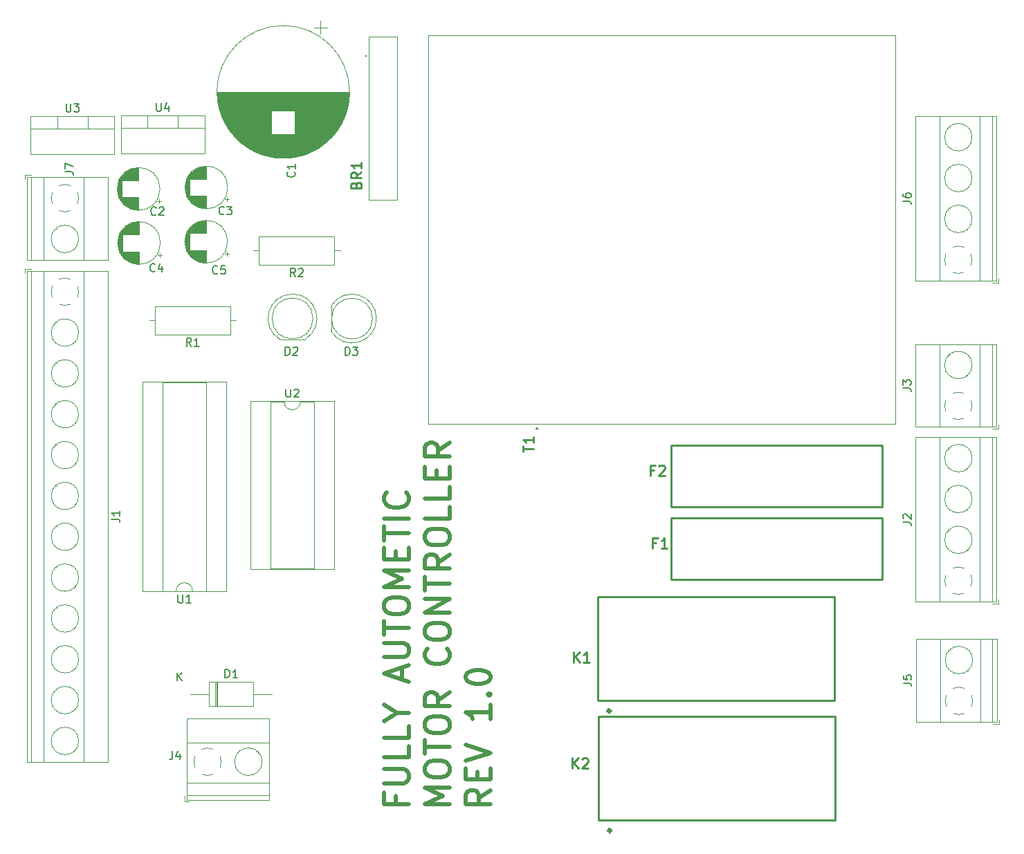
<source format=gbr>
G04 #@! TF.GenerationSoftware,KiCad,Pcbnew,(5.1.2)-2*
G04 #@! TF.CreationDate,2020-01-13T23:24:32+05:30*
G04 #@! TF.ProjectId,controller,636f6e74-726f-46c6-9c65-722e6b696361,rev?*
G04 #@! TF.SameCoordinates,Original*
G04 #@! TF.FileFunction,Legend,Top*
G04 #@! TF.FilePolarity,Positive*
%FSLAX46Y46*%
G04 Gerber Fmt 4.6, Leading zero omitted, Abs format (unit mm)*
G04 Created by KiCad (PCBNEW (5.1.2)-2) date 2020-01-13 23:24:32*
%MOMM*%
%LPD*%
G04 APERTURE LIST*
%ADD10C,0.500000*%
%ADD11C,0.100000*%
%ADD12C,0.120000*%
%ADD13C,0.254000*%
%ADD14C,0.400000*%
%ADD15C,0.200000*%
%ADD16C,0.150000*%
G04 APERTURE END LIST*
D10*
X58785714Y-107960714D02*
X58785714Y-108960714D01*
X60357142Y-108960714D02*
X57357142Y-108960714D01*
X57357142Y-107532142D01*
X57357142Y-106389285D02*
X59785714Y-106389285D01*
X60071428Y-106246428D01*
X60214285Y-106103571D01*
X60357142Y-105817857D01*
X60357142Y-105246428D01*
X60214285Y-104960714D01*
X60071428Y-104817857D01*
X59785714Y-104675000D01*
X57357142Y-104675000D01*
X60357142Y-101817857D02*
X60357142Y-103246428D01*
X57357142Y-103246428D01*
X60357142Y-99389285D02*
X60357142Y-100817857D01*
X57357142Y-100817857D01*
X58928571Y-97817857D02*
X60357142Y-97817857D01*
X57357142Y-98817857D02*
X58928571Y-97817857D01*
X57357142Y-96817857D01*
X59500000Y-93675000D02*
X59500000Y-92246428D01*
X60357142Y-93960714D02*
X57357142Y-92960714D01*
X60357142Y-91960714D01*
X57357142Y-90960714D02*
X59785714Y-90960714D01*
X60071428Y-90817857D01*
X60214285Y-90675000D01*
X60357142Y-90389285D01*
X60357142Y-89817857D01*
X60214285Y-89532142D01*
X60071428Y-89389285D01*
X59785714Y-89246428D01*
X57357142Y-89246428D01*
X57357142Y-88246428D02*
X57357142Y-86532142D01*
X60357142Y-87389285D02*
X57357142Y-87389285D01*
X57357142Y-84960714D02*
X57357142Y-84389285D01*
X57500000Y-84103571D01*
X57785714Y-83817857D01*
X58357142Y-83675000D01*
X59357142Y-83675000D01*
X59928571Y-83817857D01*
X60214285Y-84103571D01*
X60357142Y-84389285D01*
X60357142Y-84960714D01*
X60214285Y-85246428D01*
X59928571Y-85532142D01*
X59357142Y-85675000D01*
X58357142Y-85675000D01*
X57785714Y-85532142D01*
X57500000Y-85246428D01*
X57357142Y-84960714D01*
X60357142Y-82389285D02*
X57357142Y-82389285D01*
X59500000Y-81389285D01*
X57357142Y-80389285D01*
X60357142Y-80389285D01*
X58785714Y-78960714D02*
X58785714Y-77960714D01*
X60357142Y-77532142D02*
X60357142Y-78960714D01*
X57357142Y-78960714D01*
X57357142Y-77532142D01*
X57357142Y-76675000D02*
X57357142Y-74960714D01*
X60357142Y-75817857D02*
X57357142Y-75817857D01*
X60357142Y-73960714D02*
X57357142Y-73960714D01*
X60071428Y-70817857D02*
X60214285Y-70960714D01*
X60357142Y-71389285D01*
X60357142Y-71675000D01*
X60214285Y-72103571D01*
X59928571Y-72389285D01*
X59642857Y-72532142D01*
X59071428Y-72675000D01*
X58642857Y-72675000D01*
X58071428Y-72532142D01*
X57785714Y-72389285D01*
X57500000Y-72103571D01*
X57357142Y-71675000D01*
X57357142Y-71389285D01*
X57500000Y-70960714D01*
X57642857Y-70817857D01*
X65357142Y-108960714D02*
X62357142Y-108960714D01*
X64500000Y-107960714D01*
X62357142Y-106960714D01*
X65357142Y-106960714D01*
X62357142Y-104960714D02*
X62357142Y-104389285D01*
X62500000Y-104103571D01*
X62785714Y-103817857D01*
X63357142Y-103675000D01*
X64357142Y-103675000D01*
X64928571Y-103817857D01*
X65214285Y-104103571D01*
X65357142Y-104389285D01*
X65357142Y-104960714D01*
X65214285Y-105246428D01*
X64928571Y-105532142D01*
X64357142Y-105675000D01*
X63357142Y-105675000D01*
X62785714Y-105532142D01*
X62500000Y-105246428D01*
X62357142Y-104960714D01*
X62357142Y-102817857D02*
X62357142Y-101103571D01*
X65357142Y-101960714D02*
X62357142Y-101960714D01*
X62357142Y-99532142D02*
X62357142Y-98960714D01*
X62500000Y-98675000D01*
X62785714Y-98389285D01*
X63357142Y-98246428D01*
X64357142Y-98246428D01*
X64928571Y-98389285D01*
X65214285Y-98675000D01*
X65357142Y-98960714D01*
X65357142Y-99532142D01*
X65214285Y-99817857D01*
X64928571Y-100103571D01*
X64357142Y-100246428D01*
X63357142Y-100246428D01*
X62785714Y-100103571D01*
X62500000Y-99817857D01*
X62357142Y-99532142D01*
X65357142Y-95246428D02*
X63928571Y-96246428D01*
X65357142Y-96960714D02*
X62357142Y-96960714D01*
X62357142Y-95817857D01*
X62500000Y-95532142D01*
X62642857Y-95389285D01*
X62928571Y-95246428D01*
X63357142Y-95246428D01*
X63642857Y-95389285D01*
X63785714Y-95532142D01*
X63928571Y-95817857D01*
X63928571Y-96960714D01*
X65071428Y-89960714D02*
X65214285Y-90103571D01*
X65357142Y-90532142D01*
X65357142Y-90817857D01*
X65214285Y-91246428D01*
X64928571Y-91532142D01*
X64642857Y-91675000D01*
X64071428Y-91817857D01*
X63642857Y-91817857D01*
X63071428Y-91675000D01*
X62785714Y-91532142D01*
X62500000Y-91246428D01*
X62357142Y-90817857D01*
X62357142Y-90532142D01*
X62500000Y-90103571D01*
X62642857Y-89960714D01*
X62357142Y-88103571D02*
X62357142Y-87532142D01*
X62500000Y-87246428D01*
X62785714Y-86960714D01*
X63357142Y-86817857D01*
X64357142Y-86817857D01*
X64928571Y-86960714D01*
X65214285Y-87246428D01*
X65357142Y-87532142D01*
X65357142Y-88103571D01*
X65214285Y-88389285D01*
X64928571Y-88675000D01*
X64357142Y-88817857D01*
X63357142Y-88817857D01*
X62785714Y-88675000D01*
X62500000Y-88389285D01*
X62357142Y-88103571D01*
X65357142Y-85532142D02*
X62357142Y-85532142D01*
X65357142Y-83817857D01*
X62357142Y-83817857D01*
X62357142Y-82817857D02*
X62357142Y-81103571D01*
X65357142Y-81960714D02*
X62357142Y-81960714D01*
X65357142Y-78389285D02*
X63928571Y-79389285D01*
X65357142Y-80103571D02*
X62357142Y-80103571D01*
X62357142Y-78960714D01*
X62500000Y-78675000D01*
X62642857Y-78532142D01*
X62928571Y-78389285D01*
X63357142Y-78389285D01*
X63642857Y-78532142D01*
X63785714Y-78675000D01*
X63928571Y-78960714D01*
X63928571Y-80103571D01*
X62357142Y-76532142D02*
X62357142Y-75960714D01*
X62500000Y-75675000D01*
X62785714Y-75389285D01*
X63357142Y-75246428D01*
X64357142Y-75246428D01*
X64928571Y-75389285D01*
X65214285Y-75675000D01*
X65357142Y-75960714D01*
X65357142Y-76532142D01*
X65214285Y-76817857D01*
X64928571Y-77103571D01*
X64357142Y-77246428D01*
X63357142Y-77246428D01*
X62785714Y-77103571D01*
X62500000Y-76817857D01*
X62357142Y-76532142D01*
X65357142Y-72532142D02*
X65357142Y-73960714D01*
X62357142Y-73960714D01*
X65357142Y-70103571D02*
X65357142Y-71532142D01*
X62357142Y-71532142D01*
X63785714Y-69103571D02*
X63785714Y-68103571D01*
X65357142Y-67675000D02*
X65357142Y-69103571D01*
X62357142Y-69103571D01*
X62357142Y-67675000D01*
X65357142Y-64675000D02*
X63928571Y-65675000D01*
X65357142Y-66389285D02*
X62357142Y-66389285D01*
X62357142Y-65246428D01*
X62500000Y-64960714D01*
X62642857Y-64817857D01*
X62928571Y-64675000D01*
X63357142Y-64675000D01*
X63642857Y-64817857D01*
X63785714Y-64960714D01*
X63928571Y-65246428D01*
X63928571Y-66389285D01*
X70357142Y-107246428D02*
X68928571Y-108246428D01*
X70357142Y-108960714D02*
X67357142Y-108960714D01*
X67357142Y-107817857D01*
X67500000Y-107532142D01*
X67642857Y-107389285D01*
X67928571Y-107246428D01*
X68357142Y-107246428D01*
X68642857Y-107389285D01*
X68785714Y-107532142D01*
X68928571Y-107817857D01*
X68928571Y-108960714D01*
X68785714Y-105960714D02*
X68785714Y-104960714D01*
X70357142Y-104532142D02*
X70357142Y-105960714D01*
X67357142Y-105960714D01*
X67357142Y-104532142D01*
X67357142Y-103675000D02*
X70357142Y-102675000D01*
X67357142Y-101675000D01*
X70357142Y-96817857D02*
X70357142Y-98532142D01*
X70357142Y-97675000D02*
X67357142Y-97675000D01*
X67785714Y-97960714D01*
X68071428Y-98246428D01*
X68214285Y-98532142D01*
X70071428Y-95532142D02*
X70214285Y-95389285D01*
X70357142Y-95532142D01*
X70214285Y-95675000D01*
X70071428Y-95532142D01*
X70357142Y-95532142D01*
X67357142Y-93532142D02*
X67357142Y-93246428D01*
X67500000Y-92960714D01*
X67642857Y-92817857D01*
X67928571Y-92675000D01*
X68500000Y-92532142D01*
X69214285Y-92532142D01*
X69785714Y-92675000D01*
X70071428Y-92817857D01*
X70214285Y-92960714D01*
X70357142Y-93246428D01*
X70357142Y-93532142D01*
X70214285Y-93817857D01*
X70071428Y-93960714D01*
X69785714Y-94103571D01*
X69214285Y-94246428D01*
X68500000Y-94246428D01*
X67928571Y-94103571D01*
X67642857Y-93960714D01*
X67500000Y-93817857D01*
X67357142Y-93532142D01*
D11*
X58950000Y-15000000D02*
X58950000Y-35000000D01*
X58950000Y-35000000D02*
X55450000Y-35000000D01*
X55450000Y-35000000D02*
X55450000Y-15000000D01*
X55450000Y-15000000D02*
X58950000Y-15000000D01*
X55100000Y-17300000D02*
X55100000Y-17300000D01*
X55100000Y-17400000D02*
X55100000Y-17400000D01*
X55100000Y-17400000D02*
G75*
G03X55100000Y-17300000I0J50000D01*
G01*
X55100000Y-17300000D02*
G75*
G03X55100000Y-17400000I0J-50000D01*
G01*
D12*
X53120000Y-21750000D02*
G75*
G03X53120000Y-21750000I-8120000J0D01*
G01*
X53081000Y-21750000D02*
X36919000Y-21750000D01*
X53080000Y-21790000D02*
X36920000Y-21790000D01*
X53080000Y-21830000D02*
X36920000Y-21830000D01*
X53080000Y-21870000D02*
X36920000Y-21870000D01*
X53079000Y-21910000D02*
X36921000Y-21910000D01*
X53078000Y-21950000D02*
X36922000Y-21950000D01*
X53077000Y-21990000D02*
X36923000Y-21990000D01*
X53076000Y-22030000D02*
X36924000Y-22030000D01*
X53074000Y-22070000D02*
X36926000Y-22070000D01*
X53073000Y-22110000D02*
X36927000Y-22110000D01*
X53071000Y-22150000D02*
X36929000Y-22150000D01*
X53069000Y-22190000D02*
X36931000Y-22190000D01*
X53066000Y-22230000D02*
X36934000Y-22230000D01*
X53064000Y-22270000D02*
X36936000Y-22270000D01*
X53061000Y-22310000D02*
X36939000Y-22310000D01*
X53058000Y-22350000D02*
X36942000Y-22350000D01*
X53055000Y-22390000D02*
X36945000Y-22390000D01*
X53052000Y-22430000D02*
X36948000Y-22430000D01*
X53049000Y-22471000D02*
X36951000Y-22471000D01*
X53045000Y-22511000D02*
X36955000Y-22511000D01*
X53041000Y-22551000D02*
X36959000Y-22551000D01*
X53037000Y-22591000D02*
X36963000Y-22591000D01*
X53033000Y-22631000D02*
X36967000Y-22631000D01*
X53028000Y-22671000D02*
X36972000Y-22671000D01*
X53024000Y-22711000D02*
X36976000Y-22711000D01*
X53019000Y-22751000D02*
X36981000Y-22751000D01*
X53014000Y-22791000D02*
X36986000Y-22791000D01*
X53008000Y-22831000D02*
X36992000Y-22831000D01*
X53003000Y-22871000D02*
X36997000Y-22871000D01*
X52997000Y-22911000D02*
X37003000Y-22911000D01*
X52991000Y-22951000D02*
X37009000Y-22951000D01*
X52985000Y-22991000D02*
X37015000Y-22991000D01*
X52979000Y-23031000D02*
X37021000Y-23031000D01*
X52972000Y-23071000D02*
X37028000Y-23071000D01*
X52966000Y-23111000D02*
X37034000Y-23111000D01*
X52959000Y-23151000D02*
X37041000Y-23151000D01*
X52952000Y-23191000D02*
X37048000Y-23191000D01*
X52944000Y-23231000D02*
X37056000Y-23231000D01*
X52937000Y-23271000D02*
X37063000Y-23271000D01*
X52929000Y-23311000D02*
X37071000Y-23311000D01*
X52921000Y-23351000D02*
X37079000Y-23351000D01*
X52913000Y-23391000D02*
X37087000Y-23391000D01*
X52905000Y-23431000D02*
X37095000Y-23431000D01*
X52896000Y-23471000D02*
X37104000Y-23471000D01*
X52887000Y-23511000D02*
X37113000Y-23511000D01*
X52878000Y-23551000D02*
X37122000Y-23551000D01*
X52869000Y-23591000D02*
X37131000Y-23591000D01*
X52860000Y-23631000D02*
X37140000Y-23631000D01*
X52850000Y-23671000D02*
X37150000Y-23671000D01*
X52840000Y-23711000D02*
X37160000Y-23711000D01*
X52830000Y-23751000D02*
X37170000Y-23751000D01*
X52820000Y-23791000D02*
X37180000Y-23791000D01*
X52810000Y-23831000D02*
X37190000Y-23831000D01*
X52799000Y-23871000D02*
X37201000Y-23871000D01*
X52788000Y-23911000D02*
X37212000Y-23911000D01*
X52777000Y-23951000D02*
X37223000Y-23951000D01*
X52765000Y-23991000D02*
X37235000Y-23991000D01*
X52754000Y-24031000D02*
X37246000Y-24031000D01*
X52742000Y-24071000D02*
X46440000Y-24071000D01*
X43560000Y-24071000D02*
X37258000Y-24071000D01*
X52730000Y-24111000D02*
X46440000Y-24111000D01*
X43560000Y-24111000D02*
X37270000Y-24111000D01*
X52718000Y-24151000D02*
X46440000Y-24151000D01*
X43560000Y-24151000D02*
X37282000Y-24151000D01*
X52705000Y-24191000D02*
X46440000Y-24191000D01*
X43560000Y-24191000D02*
X37295000Y-24191000D01*
X52693000Y-24231000D02*
X46440000Y-24231000D01*
X43560000Y-24231000D02*
X37307000Y-24231000D01*
X52680000Y-24271000D02*
X46440000Y-24271000D01*
X43560000Y-24271000D02*
X37320000Y-24271000D01*
X52666000Y-24311000D02*
X46440000Y-24311000D01*
X43560000Y-24311000D02*
X37334000Y-24311000D01*
X52653000Y-24351000D02*
X46440000Y-24351000D01*
X43560000Y-24351000D02*
X37347000Y-24351000D01*
X52639000Y-24391000D02*
X46440000Y-24391000D01*
X43560000Y-24391000D02*
X37361000Y-24391000D01*
X52625000Y-24431000D02*
X46440000Y-24431000D01*
X43560000Y-24431000D02*
X37375000Y-24431000D01*
X52611000Y-24471000D02*
X46440000Y-24471000D01*
X43560000Y-24471000D02*
X37389000Y-24471000D01*
X52597000Y-24511000D02*
X46440000Y-24511000D01*
X43560000Y-24511000D02*
X37403000Y-24511000D01*
X52582000Y-24551000D02*
X46440000Y-24551000D01*
X43560000Y-24551000D02*
X37418000Y-24551000D01*
X52568000Y-24591000D02*
X46440000Y-24591000D01*
X43560000Y-24591000D02*
X37432000Y-24591000D01*
X52553000Y-24631000D02*
X46440000Y-24631000D01*
X43560000Y-24631000D02*
X37447000Y-24631000D01*
X52537000Y-24671000D02*
X46440000Y-24671000D01*
X43560000Y-24671000D02*
X37463000Y-24671000D01*
X52522000Y-24711000D02*
X46440000Y-24711000D01*
X43560000Y-24711000D02*
X37478000Y-24711000D01*
X52506000Y-24751000D02*
X46440000Y-24751000D01*
X43560000Y-24751000D02*
X37494000Y-24751000D01*
X52490000Y-24791000D02*
X46440000Y-24791000D01*
X43560000Y-24791000D02*
X37510000Y-24791000D01*
X52474000Y-24831000D02*
X46440000Y-24831000D01*
X43560000Y-24831000D02*
X37526000Y-24831000D01*
X52457000Y-24871000D02*
X46440000Y-24871000D01*
X43560000Y-24871000D02*
X37543000Y-24871000D01*
X52440000Y-24911000D02*
X46440000Y-24911000D01*
X43560000Y-24911000D02*
X37560000Y-24911000D01*
X52423000Y-24951000D02*
X46440000Y-24951000D01*
X43560000Y-24951000D02*
X37577000Y-24951000D01*
X52406000Y-24991000D02*
X46440000Y-24991000D01*
X43560000Y-24991000D02*
X37594000Y-24991000D01*
X52389000Y-25031000D02*
X46440000Y-25031000D01*
X43560000Y-25031000D02*
X37611000Y-25031000D01*
X52371000Y-25071000D02*
X46440000Y-25071000D01*
X43560000Y-25071000D02*
X37629000Y-25071000D01*
X52353000Y-25111000D02*
X46440000Y-25111000D01*
X43560000Y-25111000D02*
X37647000Y-25111000D01*
X52334000Y-25151000D02*
X46440000Y-25151000D01*
X43560000Y-25151000D02*
X37666000Y-25151000D01*
X52316000Y-25191000D02*
X46440000Y-25191000D01*
X43560000Y-25191000D02*
X37684000Y-25191000D01*
X52297000Y-25231000D02*
X46440000Y-25231000D01*
X43560000Y-25231000D02*
X37703000Y-25231000D01*
X52278000Y-25271000D02*
X46440000Y-25271000D01*
X43560000Y-25271000D02*
X37722000Y-25271000D01*
X52258000Y-25311000D02*
X46440000Y-25311000D01*
X43560000Y-25311000D02*
X37742000Y-25311000D01*
X52239000Y-25351000D02*
X46440000Y-25351000D01*
X43560000Y-25351000D02*
X37761000Y-25351000D01*
X52219000Y-25391000D02*
X46440000Y-25391000D01*
X43560000Y-25391000D02*
X37781000Y-25391000D01*
X52199000Y-25431000D02*
X46440000Y-25431000D01*
X43560000Y-25431000D02*
X37801000Y-25431000D01*
X52178000Y-25471000D02*
X46440000Y-25471000D01*
X43560000Y-25471000D02*
X37822000Y-25471000D01*
X52157000Y-25511000D02*
X46440000Y-25511000D01*
X43560000Y-25511000D02*
X37843000Y-25511000D01*
X52136000Y-25551000D02*
X46440000Y-25551000D01*
X43560000Y-25551000D02*
X37864000Y-25551000D01*
X52115000Y-25591000D02*
X46440000Y-25591000D01*
X43560000Y-25591000D02*
X37885000Y-25591000D01*
X52094000Y-25631000D02*
X46440000Y-25631000D01*
X43560000Y-25631000D02*
X37906000Y-25631000D01*
X52072000Y-25671000D02*
X46440000Y-25671000D01*
X43560000Y-25671000D02*
X37928000Y-25671000D01*
X52049000Y-25711000D02*
X46440000Y-25711000D01*
X43560000Y-25711000D02*
X37951000Y-25711000D01*
X52027000Y-25751000D02*
X46440000Y-25751000D01*
X43560000Y-25751000D02*
X37973000Y-25751000D01*
X52004000Y-25791000D02*
X46440000Y-25791000D01*
X43560000Y-25791000D02*
X37996000Y-25791000D01*
X51981000Y-25831000D02*
X46440000Y-25831000D01*
X43560000Y-25831000D02*
X38019000Y-25831000D01*
X51958000Y-25871000D02*
X46440000Y-25871000D01*
X43560000Y-25871000D02*
X38042000Y-25871000D01*
X51934000Y-25911000D02*
X46440000Y-25911000D01*
X43560000Y-25911000D02*
X38066000Y-25911000D01*
X51910000Y-25951000D02*
X46440000Y-25951000D01*
X43560000Y-25951000D02*
X38090000Y-25951000D01*
X51886000Y-25991000D02*
X46440000Y-25991000D01*
X43560000Y-25991000D02*
X38114000Y-25991000D01*
X51861000Y-26031000D02*
X46440000Y-26031000D01*
X43560000Y-26031000D02*
X38139000Y-26031000D01*
X51836000Y-26071000D02*
X46440000Y-26071000D01*
X43560000Y-26071000D02*
X38164000Y-26071000D01*
X51811000Y-26111000D02*
X46440000Y-26111000D01*
X43560000Y-26111000D02*
X38189000Y-26111000D01*
X51785000Y-26151000D02*
X46440000Y-26151000D01*
X43560000Y-26151000D02*
X38215000Y-26151000D01*
X51759000Y-26191000D02*
X46440000Y-26191000D01*
X43560000Y-26191000D02*
X38241000Y-26191000D01*
X51733000Y-26231000D02*
X46440000Y-26231000D01*
X43560000Y-26231000D02*
X38267000Y-26231000D01*
X51706000Y-26271000D02*
X46440000Y-26271000D01*
X43560000Y-26271000D02*
X38294000Y-26271000D01*
X51679000Y-26311000D02*
X46440000Y-26311000D01*
X43560000Y-26311000D02*
X38321000Y-26311000D01*
X51652000Y-26351000D02*
X46440000Y-26351000D01*
X43560000Y-26351000D02*
X38348000Y-26351000D01*
X51624000Y-26391000D02*
X46440000Y-26391000D01*
X43560000Y-26391000D02*
X38376000Y-26391000D01*
X51596000Y-26431000D02*
X46440000Y-26431000D01*
X43560000Y-26431000D02*
X38404000Y-26431000D01*
X51568000Y-26471000D02*
X46440000Y-26471000D01*
X43560000Y-26471000D02*
X38432000Y-26471000D01*
X51539000Y-26511000D02*
X46440000Y-26511000D01*
X43560000Y-26511000D02*
X38461000Y-26511000D01*
X51510000Y-26551000D02*
X46440000Y-26551000D01*
X43560000Y-26551000D02*
X38490000Y-26551000D01*
X51480000Y-26591000D02*
X46440000Y-26591000D01*
X43560000Y-26591000D02*
X38520000Y-26591000D01*
X51450000Y-26631000D02*
X46440000Y-26631000D01*
X43560000Y-26631000D02*
X38550000Y-26631000D01*
X51420000Y-26671000D02*
X46440000Y-26671000D01*
X43560000Y-26671000D02*
X38580000Y-26671000D01*
X51390000Y-26711000D02*
X46440000Y-26711000D01*
X43560000Y-26711000D02*
X38610000Y-26711000D01*
X51358000Y-26751000D02*
X46440000Y-26751000D01*
X43560000Y-26751000D02*
X38642000Y-26751000D01*
X51327000Y-26791000D02*
X46440000Y-26791000D01*
X43560000Y-26791000D02*
X38673000Y-26791000D01*
X51295000Y-26831000D02*
X46440000Y-26831000D01*
X43560000Y-26831000D02*
X38705000Y-26831000D01*
X51263000Y-26871000D02*
X46440000Y-26871000D01*
X43560000Y-26871000D02*
X38737000Y-26871000D01*
X51230000Y-26911000D02*
X46440000Y-26911000D01*
X43560000Y-26911000D02*
X38770000Y-26911000D01*
X51197000Y-26951000D02*
X38803000Y-26951000D01*
X51163000Y-26991000D02*
X38837000Y-26991000D01*
X51129000Y-27031000D02*
X38871000Y-27031000D01*
X51095000Y-27071000D02*
X38905000Y-27071000D01*
X51060000Y-27111000D02*
X38940000Y-27111000D01*
X51025000Y-27151000D02*
X38975000Y-27151000D01*
X50989000Y-27191000D02*
X39011000Y-27191000D01*
X50952000Y-27231000D02*
X39048000Y-27231000D01*
X50916000Y-27271000D02*
X39084000Y-27271000D01*
X50878000Y-27311000D02*
X39122000Y-27311000D01*
X50840000Y-27351000D02*
X39160000Y-27351000D01*
X50802000Y-27391000D02*
X39198000Y-27391000D01*
X50763000Y-27431000D02*
X39237000Y-27431000D01*
X50724000Y-27471000D02*
X39276000Y-27471000D01*
X50684000Y-27511000D02*
X39316000Y-27511000D01*
X50643000Y-27551000D02*
X39357000Y-27551000D01*
X50602000Y-27591000D02*
X39398000Y-27591000D01*
X50560000Y-27631000D02*
X39440000Y-27631000D01*
X50518000Y-27671000D02*
X39482000Y-27671000D01*
X50475000Y-27711000D02*
X39525000Y-27711000D01*
X50432000Y-27751000D02*
X39568000Y-27751000D01*
X50388000Y-27791000D02*
X39612000Y-27791000D01*
X50343000Y-27831000D02*
X39657000Y-27831000D01*
X50297000Y-27871000D02*
X39703000Y-27871000D01*
X50251000Y-27911000D02*
X39749000Y-27911000D01*
X50204000Y-27951000D02*
X39796000Y-27951000D01*
X50156000Y-27991000D02*
X39844000Y-27991000D01*
X50108000Y-28031000D02*
X39892000Y-28031000D01*
X50059000Y-28071000D02*
X39941000Y-28071000D01*
X50009000Y-28111000D02*
X39991000Y-28111000D01*
X49958000Y-28151000D02*
X40042000Y-28151000D01*
X49906000Y-28191000D02*
X40094000Y-28191000D01*
X49854000Y-28231000D02*
X40146000Y-28231000D01*
X49800000Y-28271000D02*
X40200000Y-28271000D01*
X49746000Y-28311000D02*
X40254000Y-28311000D01*
X49691000Y-28351000D02*
X40309000Y-28351000D01*
X49634000Y-28391000D02*
X40366000Y-28391000D01*
X49577000Y-28431000D02*
X40423000Y-28431000D01*
X49519000Y-28471000D02*
X40481000Y-28471000D01*
X49459000Y-28511000D02*
X40541000Y-28511000D01*
X49398000Y-28551000D02*
X40602000Y-28551000D01*
X49336000Y-28591000D02*
X40664000Y-28591000D01*
X49273000Y-28631000D02*
X40727000Y-28631000D01*
X49209000Y-28671000D02*
X40791000Y-28671000D01*
X49143000Y-28711000D02*
X40857000Y-28711000D01*
X49076000Y-28751000D02*
X40924000Y-28751000D01*
X49007000Y-28791000D02*
X40993000Y-28791000D01*
X48936000Y-28831000D02*
X41064000Y-28831000D01*
X48864000Y-28871000D02*
X41136000Y-28871000D01*
X48790000Y-28911000D02*
X41210000Y-28911000D01*
X48715000Y-28951000D02*
X41285000Y-28951000D01*
X48637000Y-28991000D02*
X41363000Y-28991000D01*
X48557000Y-29031000D02*
X41443000Y-29031000D01*
X48475000Y-29071000D02*
X41525000Y-29071000D01*
X48390000Y-29111000D02*
X41610000Y-29111000D01*
X48303000Y-29151000D02*
X41697000Y-29151000D01*
X48213000Y-29191000D02*
X41787000Y-29191000D01*
X48120000Y-29231000D02*
X41880000Y-29231000D01*
X48024000Y-29271000D02*
X41976000Y-29271000D01*
X47924000Y-29311000D02*
X42076000Y-29311000D01*
X47820000Y-29351000D02*
X42180000Y-29351000D01*
X47711000Y-29391000D02*
X42289000Y-29391000D01*
X47597000Y-29431000D02*
X42403000Y-29431000D01*
X47478000Y-29471000D02*
X42522000Y-29471000D01*
X47351000Y-29511000D02*
X42649000Y-29511000D01*
X47218000Y-29551000D02*
X42782000Y-29551000D01*
X47074000Y-29591000D02*
X42926000Y-29591000D01*
X46920000Y-29631000D02*
X43080000Y-29631000D01*
X46752000Y-29671000D02*
X43248000Y-29671000D01*
X46564000Y-29711000D02*
X43436000Y-29711000D01*
X46351000Y-29751000D02*
X43649000Y-29751000D01*
X46098000Y-29791000D02*
X43902000Y-29791000D01*
X45765000Y-29831000D02*
X44235000Y-29831000D01*
X49555000Y-13060509D02*
X49555000Y-14660509D01*
X50355000Y-13860509D02*
X48755000Y-13860509D01*
X29854775Y-35355000D02*
X29854775Y-34855000D01*
X30104775Y-35105000D02*
X29604775Y-35105000D01*
X24699000Y-33914000D02*
X24699000Y-33346000D01*
X24739000Y-34148000D02*
X24739000Y-33112000D01*
X24779000Y-34307000D02*
X24779000Y-32953000D01*
X24819000Y-34435000D02*
X24819000Y-32825000D01*
X24859000Y-34545000D02*
X24859000Y-32715000D01*
X24899000Y-34641000D02*
X24899000Y-32619000D01*
X24939000Y-34728000D02*
X24939000Y-32532000D01*
X24979000Y-34808000D02*
X24979000Y-32452000D01*
X25019000Y-34881000D02*
X25019000Y-32379000D01*
X25059000Y-34949000D02*
X25059000Y-32311000D01*
X25099000Y-35013000D02*
X25099000Y-32247000D01*
X25139000Y-35073000D02*
X25139000Y-32187000D01*
X25179000Y-35130000D02*
X25179000Y-32130000D01*
X25219000Y-35184000D02*
X25219000Y-32076000D01*
X25259000Y-35235000D02*
X25259000Y-32025000D01*
X25299000Y-32590000D02*
X25299000Y-31977000D01*
X25299000Y-35283000D02*
X25299000Y-34670000D01*
X25339000Y-32590000D02*
X25339000Y-31931000D01*
X25339000Y-35329000D02*
X25339000Y-34670000D01*
X25379000Y-32590000D02*
X25379000Y-31887000D01*
X25379000Y-35373000D02*
X25379000Y-34670000D01*
X25419000Y-32590000D02*
X25419000Y-31845000D01*
X25419000Y-35415000D02*
X25419000Y-34670000D01*
X25459000Y-32590000D02*
X25459000Y-31804000D01*
X25459000Y-35456000D02*
X25459000Y-34670000D01*
X25499000Y-32590000D02*
X25499000Y-31766000D01*
X25499000Y-35494000D02*
X25499000Y-34670000D01*
X25539000Y-32590000D02*
X25539000Y-31729000D01*
X25539000Y-35531000D02*
X25539000Y-34670000D01*
X25579000Y-32590000D02*
X25579000Y-31693000D01*
X25579000Y-35567000D02*
X25579000Y-34670000D01*
X25619000Y-32590000D02*
X25619000Y-31659000D01*
X25619000Y-35601000D02*
X25619000Y-34670000D01*
X25659000Y-32590000D02*
X25659000Y-31626000D01*
X25659000Y-35634000D02*
X25659000Y-34670000D01*
X25699000Y-32590000D02*
X25699000Y-31595000D01*
X25699000Y-35665000D02*
X25699000Y-34670000D01*
X25739000Y-32590000D02*
X25739000Y-31565000D01*
X25739000Y-35695000D02*
X25739000Y-34670000D01*
X25779000Y-32590000D02*
X25779000Y-31535000D01*
X25779000Y-35725000D02*
X25779000Y-34670000D01*
X25819000Y-32590000D02*
X25819000Y-31508000D01*
X25819000Y-35752000D02*
X25819000Y-34670000D01*
X25859000Y-32590000D02*
X25859000Y-31481000D01*
X25859000Y-35779000D02*
X25859000Y-34670000D01*
X25899000Y-32590000D02*
X25899000Y-31455000D01*
X25899000Y-35805000D02*
X25899000Y-34670000D01*
X25939000Y-32590000D02*
X25939000Y-31430000D01*
X25939000Y-35830000D02*
X25939000Y-34670000D01*
X25979000Y-32590000D02*
X25979000Y-31406000D01*
X25979000Y-35854000D02*
X25979000Y-34670000D01*
X26019000Y-32590000D02*
X26019000Y-31383000D01*
X26019000Y-35877000D02*
X26019000Y-34670000D01*
X26059000Y-32590000D02*
X26059000Y-31362000D01*
X26059000Y-35898000D02*
X26059000Y-34670000D01*
X26099000Y-32590000D02*
X26099000Y-31340000D01*
X26099000Y-35920000D02*
X26099000Y-34670000D01*
X26139000Y-32590000D02*
X26139000Y-31320000D01*
X26139000Y-35940000D02*
X26139000Y-34670000D01*
X26179000Y-32590000D02*
X26179000Y-31301000D01*
X26179000Y-35959000D02*
X26179000Y-34670000D01*
X26219000Y-32590000D02*
X26219000Y-31282000D01*
X26219000Y-35978000D02*
X26219000Y-34670000D01*
X26259000Y-32590000D02*
X26259000Y-31265000D01*
X26259000Y-35995000D02*
X26259000Y-34670000D01*
X26299000Y-32590000D02*
X26299000Y-31248000D01*
X26299000Y-36012000D02*
X26299000Y-34670000D01*
X26339000Y-32590000D02*
X26339000Y-31232000D01*
X26339000Y-36028000D02*
X26339000Y-34670000D01*
X26379000Y-32590000D02*
X26379000Y-31216000D01*
X26379000Y-36044000D02*
X26379000Y-34670000D01*
X26419000Y-32590000D02*
X26419000Y-31202000D01*
X26419000Y-36058000D02*
X26419000Y-34670000D01*
X26459000Y-32590000D02*
X26459000Y-31188000D01*
X26459000Y-36072000D02*
X26459000Y-34670000D01*
X26499000Y-32590000D02*
X26499000Y-31175000D01*
X26499000Y-36085000D02*
X26499000Y-34670000D01*
X26539000Y-32590000D02*
X26539000Y-31162000D01*
X26539000Y-36098000D02*
X26539000Y-34670000D01*
X26579000Y-32590000D02*
X26579000Y-31150000D01*
X26579000Y-36110000D02*
X26579000Y-34670000D01*
X26620000Y-32590000D02*
X26620000Y-31139000D01*
X26620000Y-36121000D02*
X26620000Y-34670000D01*
X26660000Y-32590000D02*
X26660000Y-31129000D01*
X26660000Y-36131000D02*
X26660000Y-34670000D01*
X26700000Y-32590000D02*
X26700000Y-31119000D01*
X26700000Y-36141000D02*
X26700000Y-34670000D01*
X26740000Y-32590000D02*
X26740000Y-31110000D01*
X26740000Y-36150000D02*
X26740000Y-34670000D01*
X26780000Y-32590000D02*
X26780000Y-31102000D01*
X26780000Y-36158000D02*
X26780000Y-34670000D01*
X26820000Y-32590000D02*
X26820000Y-31094000D01*
X26820000Y-36166000D02*
X26820000Y-34670000D01*
X26860000Y-32590000D02*
X26860000Y-31087000D01*
X26860000Y-36173000D02*
X26860000Y-34670000D01*
X26900000Y-32590000D02*
X26900000Y-31080000D01*
X26900000Y-36180000D02*
X26900000Y-34670000D01*
X26940000Y-32590000D02*
X26940000Y-31074000D01*
X26940000Y-36186000D02*
X26940000Y-34670000D01*
X26980000Y-32590000D02*
X26980000Y-31069000D01*
X26980000Y-36191000D02*
X26980000Y-34670000D01*
X27020000Y-32590000D02*
X27020000Y-31065000D01*
X27020000Y-36195000D02*
X27020000Y-34670000D01*
X27060000Y-32590000D02*
X27060000Y-31061000D01*
X27060000Y-36199000D02*
X27060000Y-34670000D01*
X27100000Y-32590000D02*
X27100000Y-31057000D01*
X27100000Y-36203000D02*
X27100000Y-34670000D01*
X27140000Y-32590000D02*
X27140000Y-31054000D01*
X27140000Y-36206000D02*
X27140000Y-34670000D01*
X27180000Y-32590000D02*
X27180000Y-31052000D01*
X27180000Y-36208000D02*
X27180000Y-34670000D01*
X27220000Y-32590000D02*
X27220000Y-31051000D01*
X27220000Y-36209000D02*
X27220000Y-34670000D01*
X27260000Y-36210000D02*
X27260000Y-34670000D01*
X27260000Y-32590000D02*
X27260000Y-31050000D01*
X27300000Y-36210000D02*
X27300000Y-34670000D01*
X27300000Y-32590000D02*
X27300000Y-31050000D01*
X29920000Y-33630000D02*
G75*
G03X29920000Y-33630000I-2620000J0D01*
G01*
X38144775Y-35175000D02*
X38144775Y-34675000D01*
X38394775Y-34925000D02*
X37894775Y-34925000D01*
X32989000Y-33734000D02*
X32989000Y-33166000D01*
X33029000Y-33968000D02*
X33029000Y-32932000D01*
X33069000Y-34127000D02*
X33069000Y-32773000D01*
X33109000Y-34255000D02*
X33109000Y-32645000D01*
X33149000Y-34365000D02*
X33149000Y-32535000D01*
X33189000Y-34461000D02*
X33189000Y-32439000D01*
X33229000Y-34548000D02*
X33229000Y-32352000D01*
X33269000Y-34628000D02*
X33269000Y-32272000D01*
X33309000Y-34701000D02*
X33309000Y-32199000D01*
X33349000Y-34769000D02*
X33349000Y-32131000D01*
X33389000Y-34833000D02*
X33389000Y-32067000D01*
X33429000Y-34893000D02*
X33429000Y-32007000D01*
X33469000Y-34950000D02*
X33469000Y-31950000D01*
X33509000Y-35004000D02*
X33509000Y-31896000D01*
X33549000Y-35055000D02*
X33549000Y-31845000D01*
X33589000Y-32410000D02*
X33589000Y-31797000D01*
X33589000Y-35103000D02*
X33589000Y-34490000D01*
X33629000Y-32410000D02*
X33629000Y-31751000D01*
X33629000Y-35149000D02*
X33629000Y-34490000D01*
X33669000Y-32410000D02*
X33669000Y-31707000D01*
X33669000Y-35193000D02*
X33669000Y-34490000D01*
X33709000Y-32410000D02*
X33709000Y-31665000D01*
X33709000Y-35235000D02*
X33709000Y-34490000D01*
X33749000Y-32410000D02*
X33749000Y-31624000D01*
X33749000Y-35276000D02*
X33749000Y-34490000D01*
X33789000Y-32410000D02*
X33789000Y-31586000D01*
X33789000Y-35314000D02*
X33789000Y-34490000D01*
X33829000Y-32410000D02*
X33829000Y-31549000D01*
X33829000Y-35351000D02*
X33829000Y-34490000D01*
X33869000Y-32410000D02*
X33869000Y-31513000D01*
X33869000Y-35387000D02*
X33869000Y-34490000D01*
X33909000Y-32410000D02*
X33909000Y-31479000D01*
X33909000Y-35421000D02*
X33909000Y-34490000D01*
X33949000Y-32410000D02*
X33949000Y-31446000D01*
X33949000Y-35454000D02*
X33949000Y-34490000D01*
X33989000Y-32410000D02*
X33989000Y-31415000D01*
X33989000Y-35485000D02*
X33989000Y-34490000D01*
X34029000Y-32410000D02*
X34029000Y-31385000D01*
X34029000Y-35515000D02*
X34029000Y-34490000D01*
X34069000Y-32410000D02*
X34069000Y-31355000D01*
X34069000Y-35545000D02*
X34069000Y-34490000D01*
X34109000Y-32410000D02*
X34109000Y-31328000D01*
X34109000Y-35572000D02*
X34109000Y-34490000D01*
X34149000Y-32410000D02*
X34149000Y-31301000D01*
X34149000Y-35599000D02*
X34149000Y-34490000D01*
X34189000Y-32410000D02*
X34189000Y-31275000D01*
X34189000Y-35625000D02*
X34189000Y-34490000D01*
X34229000Y-32410000D02*
X34229000Y-31250000D01*
X34229000Y-35650000D02*
X34229000Y-34490000D01*
X34269000Y-32410000D02*
X34269000Y-31226000D01*
X34269000Y-35674000D02*
X34269000Y-34490000D01*
X34309000Y-32410000D02*
X34309000Y-31203000D01*
X34309000Y-35697000D02*
X34309000Y-34490000D01*
X34349000Y-32410000D02*
X34349000Y-31182000D01*
X34349000Y-35718000D02*
X34349000Y-34490000D01*
X34389000Y-32410000D02*
X34389000Y-31160000D01*
X34389000Y-35740000D02*
X34389000Y-34490000D01*
X34429000Y-32410000D02*
X34429000Y-31140000D01*
X34429000Y-35760000D02*
X34429000Y-34490000D01*
X34469000Y-32410000D02*
X34469000Y-31121000D01*
X34469000Y-35779000D02*
X34469000Y-34490000D01*
X34509000Y-32410000D02*
X34509000Y-31102000D01*
X34509000Y-35798000D02*
X34509000Y-34490000D01*
X34549000Y-32410000D02*
X34549000Y-31085000D01*
X34549000Y-35815000D02*
X34549000Y-34490000D01*
X34589000Y-32410000D02*
X34589000Y-31068000D01*
X34589000Y-35832000D02*
X34589000Y-34490000D01*
X34629000Y-32410000D02*
X34629000Y-31052000D01*
X34629000Y-35848000D02*
X34629000Y-34490000D01*
X34669000Y-32410000D02*
X34669000Y-31036000D01*
X34669000Y-35864000D02*
X34669000Y-34490000D01*
X34709000Y-32410000D02*
X34709000Y-31022000D01*
X34709000Y-35878000D02*
X34709000Y-34490000D01*
X34749000Y-32410000D02*
X34749000Y-31008000D01*
X34749000Y-35892000D02*
X34749000Y-34490000D01*
X34789000Y-32410000D02*
X34789000Y-30995000D01*
X34789000Y-35905000D02*
X34789000Y-34490000D01*
X34829000Y-32410000D02*
X34829000Y-30982000D01*
X34829000Y-35918000D02*
X34829000Y-34490000D01*
X34869000Y-32410000D02*
X34869000Y-30970000D01*
X34869000Y-35930000D02*
X34869000Y-34490000D01*
X34910000Y-32410000D02*
X34910000Y-30959000D01*
X34910000Y-35941000D02*
X34910000Y-34490000D01*
X34950000Y-32410000D02*
X34950000Y-30949000D01*
X34950000Y-35951000D02*
X34950000Y-34490000D01*
X34990000Y-32410000D02*
X34990000Y-30939000D01*
X34990000Y-35961000D02*
X34990000Y-34490000D01*
X35030000Y-32410000D02*
X35030000Y-30930000D01*
X35030000Y-35970000D02*
X35030000Y-34490000D01*
X35070000Y-32410000D02*
X35070000Y-30922000D01*
X35070000Y-35978000D02*
X35070000Y-34490000D01*
X35110000Y-32410000D02*
X35110000Y-30914000D01*
X35110000Y-35986000D02*
X35110000Y-34490000D01*
X35150000Y-32410000D02*
X35150000Y-30907000D01*
X35150000Y-35993000D02*
X35150000Y-34490000D01*
X35190000Y-32410000D02*
X35190000Y-30900000D01*
X35190000Y-36000000D02*
X35190000Y-34490000D01*
X35230000Y-32410000D02*
X35230000Y-30894000D01*
X35230000Y-36006000D02*
X35230000Y-34490000D01*
X35270000Y-32410000D02*
X35270000Y-30889000D01*
X35270000Y-36011000D02*
X35270000Y-34490000D01*
X35310000Y-32410000D02*
X35310000Y-30885000D01*
X35310000Y-36015000D02*
X35310000Y-34490000D01*
X35350000Y-32410000D02*
X35350000Y-30881000D01*
X35350000Y-36019000D02*
X35350000Y-34490000D01*
X35390000Y-32410000D02*
X35390000Y-30877000D01*
X35390000Y-36023000D02*
X35390000Y-34490000D01*
X35430000Y-32410000D02*
X35430000Y-30874000D01*
X35430000Y-36026000D02*
X35430000Y-34490000D01*
X35470000Y-32410000D02*
X35470000Y-30872000D01*
X35470000Y-36028000D02*
X35470000Y-34490000D01*
X35510000Y-32410000D02*
X35510000Y-30871000D01*
X35510000Y-36029000D02*
X35510000Y-34490000D01*
X35550000Y-36030000D02*
X35550000Y-34490000D01*
X35550000Y-32410000D02*
X35550000Y-30870000D01*
X35590000Y-36030000D02*
X35590000Y-34490000D01*
X35590000Y-32410000D02*
X35590000Y-30870000D01*
X38210000Y-33450000D02*
G75*
G03X38210000Y-33450000I-2620000J0D01*
G01*
X29970000Y-40250000D02*
G75*
G03X29970000Y-40250000I-2620000J0D01*
G01*
X27350000Y-39210000D02*
X27350000Y-37670000D01*
X27350000Y-42830000D02*
X27350000Y-41290000D01*
X27310000Y-39210000D02*
X27310000Y-37670000D01*
X27310000Y-42830000D02*
X27310000Y-41290000D01*
X27270000Y-42829000D02*
X27270000Y-41290000D01*
X27270000Y-39210000D02*
X27270000Y-37671000D01*
X27230000Y-42828000D02*
X27230000Y-41290000D01*
X27230000Y-39210000D02*
X27230000Y-37672000D01*
X27190000Y-42826000D02*
X27190000Y-41290000D01*
X27190000Y-39210000D02*
X27190000Y-37674000D01*
X27150000Y-42823000D02*
X27150000Y-41290000D01*
X27150000Y-39210000D02*
X27150000Y-37677000D01*
X27110000Y-42819000D02*
X27110000Y-41290000D01*
X27110000Y-39210000D02*
X27110000Y-37681000D01*
X27070000Y-42815000D02*
X27070000Y-41290000D01*
X27070000Y-39210000D02*
X27070000Y-37685000D01*
X27030000Y-42811000D02*
X27030000Y-41290000D01*
X27030000Y-39210000D02*
X27030000Y-37689000D01*
X26990000Y-42806000D02*
X26990000Y-41290000D01*
X26990000Y-39210000D02*
X26990000Y-37694000D01*
X26950000Y-42800000D02*
X26950000Y-41290000D01*
X26950000Y-39210000D02*
X26950000Y-37700000D01*
X26910000Y-42793000D02*
X26910000Y-41290000D01*
X26910000Y-39210000D02*
X26910000Y-37707000D01*
X26870000Y-42786000D02*
X26870000Y-41290000D01*
X26870000Y-39210000D02*
X26870000Y-37714000D01*
X26830000Y-42778000D02*
X26830000Y-41290000D01*
X26830000Y-39210000D02*
X26830000Y-37722000D01*
X26790000Y-42770000D02*
X26790000Y-41290000D01*
X26790000Y-39210000D02*
X26790000Y-37730000D01*
X26750000Y-42761000D02*
X26750000Y-41290000D01*
X26750000Y-39210000D02*
X26750000Y-37739000D01*
X26710000Y-42751000D02*
X26710000Y-41290000D01*
X26710000Y-39210000D02*
X26710000Y-37749000D01*
X26670000Y-42741000D02*
X26670000Y-41290000D01*
X26670000Y-39210000D02*
X26670000Y-37759000D01*
X26629000Y-42730000D02*
X26629000Y-41290000D01*
X26629000Y-39210000D02*
X26629000Y-37770000D01*
X26589000Y-42718000D02*
X26589000Y-41290000D01*
X26589000Y-39210000D02*
X26589000Y-37782000D01*
X26549000Y-42705000D02*
X26549000Y-41290000D01*
X26549000Y-39210000D02*
X26549000Y-37795000D01*
X26509000Y-42692000D02*
X26509000Y-41290000D01*
X26509000Y-39210000D02*
X26509000Y-37808000D01*
X26469000Y-42678000D02*
X26469000Y-41290000D01*
X26469000Y-39210000D02*
X26469000Y-37822000D01*
X26429000Y-42664000D02*
X26429000Y-41290000D01*
X26429000Y-39210000D02*
X26429000Y-37836000D01*
X26389000Y-42648000D02*
X26389000Y-41290000D01*
X26389000Y-39210000D02*
X26389000Y-37852000D01*
X26349000Y-42632000D02*
X26349000Y-41290000D01*
X26349000Y-39210000D02*
X26349000Y-37868000D01*
X26309000Y-42615000D02*
X26309000Y-41290000D01*
X26309000Y-39210000D02*
X26309000Y-37885000D01*
X26269000Y-42598000D02*
X26269000Y-41290000D01*
X26269000Y-39210000D02*
X26269000Y-37902000D01*
X26229000Y-42579000D02*
X26229000Y-41290000D01*
X26229000Y-39210000D02*
X26229000Y-37921000D01*
X26189000Y-42560000D02*
X26189000Y-41290000D01*
X26189000Y-39210000D02*
X26189000Y-37940000D01*
X26149000Y-42540000D02*
X26149000Y-41290000D01*
X26149000Y-39210000D02*
X26149000Y-37960000D01*
X26109000Y-42518000D02*
X26109000Y-41290000D01*
X26109000Y-39210000D02*
X26109000Y-37982000D01*
X26069000Y-42497000D02*
X26069000Y-41290000D01*
X26069000Y-39210000D02*
X26069000Y-38003000D01*
X26029000Y-42474000D02*
X26029000Y-41290000D01*
X26029000Y-39210000D02*
X26029000Y-38026000D01*
X25989000Y-42450000D02*
X25989000Y-41290000D01*
X25989000Y-39210000D02*
X25989000Y-38050000D01*
X25949000Y-42425000D02*
X25949000Y-41290000D01*
X25949000Y-39210000D02*
X25949000Y-38075000D01*
X25909000Y-42399000D02*
X25909000Y-41290000D01*
X25909000Y-39210000D02*
X25909000Y-38101000D01*
X25869000Y-42372000D02*
X25869000Y-41290000D01*
X25869000Y-39210000D02*
X25869000Y-38128000D01*
X25829000Y-42345000D02*
X25829000Y-41290000D01*
X25829000Y-39210000D02*
X25829000Y-38155000D01*
X25789000Y-42315000D02*
X25789000Y-41290000D01*
X25789000Y-39210000D02*
X25789000Y-38185000D01*
X25749000Y-42285000D02*
X25749000Y-41290000D01*
X25749000Y-39210000D02*
X25749000Y-38215000D01*
X25709000Y-42254000D02*
X25709000Y-41290000D01*
X25709000Y-39210000D02*
X25709000Y-38246000D01*
X25669000Y-42221000D02*
X25669000Y-41290000D01*
X25669000Y-39210000D02*
X25669000Y-38279000D01*
X25629000Y-42187000D02*
X25629000Y-41290000D01*
X25629000Y-39210000D02*
X25629000Y-38313000D01*
X25589000Y-42151000D02*
X25589000Y-41290000D01*
X25589000Y-39210000D02*
X25589000Y-38349000D01*
X25549000Y-42114000D02*
X25549000Y-41290000D01*
X25549000Y-39210000D02*
X25549000Y-38386000D01*
X25509000Y-42076000D02*
X25509000Y-41290000D01*
X25509000Y-39210000D02*
X25509000Y-38424000D01*
X25469000Y-42035000D02*
X25469000Y-41290000D01*
X25469000Y-39210000D02*
X25469000Y-38465000D01*
X25429000Y-41993000D02*
X25429000Y-41290000D01*
X25429000Y-39210000D02*
X25429000Y-38507000D01*
X25389000Y-41949000D02*
X25389000Y-41290000D01*
X25389000Y-39210000D02*
X25389000Y-38551000D01*
X25349000Y-41903000D02*
X25349000Y-41290000D01*
X25349000Y-39210000D02*
X25349000Y-38597000D01*
X25309000Y-41855000D02*
X25309000Y-38645000D01*
X25269000Y-41804000D02*
X25269000Y-38696000D01*
X25229000Y-41750000D02*
X25229000Y-38750000D01*
X25189000Y-41693000D02*
X25189000Y-38807000D01*
X25149000Y-41633000D02*
X25149000Y-38867000D01*
X25109000Y-41569000D02*
X25109000Y-38931000D01*
X25069000Y-41501000D02*
X25069000Y-38999000D01*
X25029000Y-41428000D02*
X25029000Y-39072000D01*
X24989000Y-41348000D02*
X24989000Y-39152000D01*
X24949000Y-41261000D02*
X24949000Y-39239000D01*
X24909000Y-41165000D02*
X24909000Y-39335000D01*
X24869000Y-41055000D02*
X24869000Y-39445000D01*
X24829000Y-40927000D02*
X24829000Y-39573000D01*
X24789000Y-40768000D02*
X24789000Y-39732000D01*
X24749000Y-40534000D02*
X24749000Y-39966000D01*
X30154775Y-41725000D02*
X29654775Y-41725000D01*
X29904775Y-41975000D02*
X29904775Y-41475000D01*
X38190000Y-40100000D02*
G75*
G03X38190000Y-40100000I-2620000J0D01*
G01*
X35570000Y-39060000D02*
X35570000Y-37520000D01*
X35570000Y-42680000D02*
X35570000Y-41140000D01*
X35530000Y-39060000D02*
X35530000Y-37520000D01*
X35530000Y-42680000D02*
X35530000Y-41140000D01*
X35490000Y-42679000D02*
X35490000Y-41140000D01*
X35490000Y-39060000D02*
X35490000Y-37521000D01*
X35450000Y-42678000D02*
X35450000Y-41140000D01*
X35450000Y-39060000D02*
X35450000Y-37522000D01*
X35410000Y-42676000D02*
X35410000Y-41140000D01*
X35410000Y-39060000D02*
X35410000Y-37524000D01*
X35370000Y-42673000D02*
X35370000Y-41140000D01*
X35370000Y-39060000D02*
X35370000Y-37527000D01*
X35330000Y-42669000D02*
X35330000Y-41140000D01*
X35330000Y-39060000D02*
X35330000Y-37531000D01*
X35290000Y-42665000D02*
X35290000Y-41140000D01*
X35290000Y-39060000D02*
X35290000Y-37535000D01*
X35250000Y-42661000D02*
X35250000Y-41140000D01*
X35250000Y-39060000D02*
X35250000Y-37539000D01*
X35210000Y-42656000D02*
X35210000Y-41140000D01*
X35210000Y-39060000D02*
X35210000Y-37544000D01*
X35170000Y-42650000D02*
X35170000Y-41140000D01*
X35170000Y-39060000D02*
X35170000Y-37550000D01*
X35130000Y-42643000D02*
X35130000Y-41140000D01*
X35130000Y-39060000D02*
X35130000Y-37557000D01*
X35090000Y-42636000D02*
X35090000Y-41140000D01*
X35090000Y-39060000D02*
X35090000Y-37564000D01*
X35050000Y-42628000D02*
X35050000Y-41140000D01*
X35050000Y-39060000D02*
X35050000Y-37572000D01*
X35010000Y-42620000D02*
X35010000Y-41140000D01*
X35010000Y-39060000D02*
X35010000Y-37580000D01*
X34970000Y-42611000D02*
X34970000Y-41140000D01*
X34970000Y-39060000D02*
X34970000Y-37589000D01*
X34930000Y-42601000D02*
X34930000Y-41140000D01*
X34930000Y-39060000D02*
X34930000Y-37599000D01*
X34890000Y-42591000D02*
X34890000Y-41140000D01*
X34890000Y-39060000D02*
X34890000Y-37609000D01*
X34849000Y-42580000D02*
X34849000Y-41140000D01*
X34849000Y-39060000D02*
X34849000Y-37620000D01*
X34809000Y-42568000D02*
X34809000Y-41140000D01*
X34809000Y-39060000D02*
X34809000Y-37632000D01*
X34769000Y-42555000D02*
X34769000Y-41140000D01*
X34769000Y-39060000D02*
X34769000Y-37645000D01*
X34729000Y-42542000D02*
X34729000Y-41140000D01*
X34729000Y-39060000D02*
X34729000Y-37658000D01*
X34689000Y-42528000D02*
X34689000Y-41140000D01*
X34689000Y-39060000D02*
X34689000Y-37672000D01*
X34649000Y-42514000D02*
X34649000Y-41140000D01*
X34649000Y-39060000D02*
X34649000Y-37686000D01*
X34609000Y-42498000D02*
X34609000Y-41140000D01*
X34609000Y-39060000D02*
X34609000Y-37702000D01*
X34569000Y-42482000D02*
X34569000Y-41140000D01*
X34569000Y-39060000D02*
X34569000Y-37718000D01*
X34529000Y-42465000D02*
X34529000Y-41140000D01*
X34529000Y-39060000D02*
X34529000Y-37735000D01*
X34489000Y-42448000D02*
X34489000Y-41140000D01*
X34489000Y-39060000D02*
X34489000Y-37752000D01*
X34449000Y-42429000D02*
X34449000Y-41140000D01*
X34449000Y-39060000D02*
X34449000Y-37771000D01*
X34409000Y-42410000D02*
X34409000Y-41140000D01*
X34409000Y-39060000D02*
X34409000Y-37790000D01*
X34369000Y-42390000D02*
X34369000Y-41140000D01*
X34369000Y-39060000D02*
X34369000Y-37810000D01*
X34329000Y-42368000D02*
X34329000Y-41140000D01*
X34329000Y-39060000D02*
X34329000Y-37832000D01*
X34289000Y-42347000D02*
X34289000Y-41140000D01*
X34289000Y-39060000D02*
X34289000Y-37853000D01*
X34249000Y-42324000D02*
X34249000Y-41140000D01*
X34249000Y-39060000D02*
X34249000Y-37876000D01*
X34209000Y-42300000D02*
X34209000Y-41140000D01*
X34209000Y-39060000D02*
X34209000Y-37900000D01*
X34169000Y-42275000D02*
X34169000Y-41140000D01*
X34169000Y-39060000D02*
X34169000Y-37925000D01*
X34129000Y-42249000D02*
X34129000Y-41140000D01*
X34129000Y-39060000D02*
X34129000Y-37951000D01*
X34089000Y-42222000D02*
X34089000Y-41140000D01*
X34089000Y-39060000D02*
X34089000Y-37978000D01*
X34049000Y-42195000D02*
X34049000Y-41140000D01*
X34049000Y-39060000D02*
X34049000Y-38005000D01*
X34009000Y-42165000D02*
X34009000Y-41140000D01*
X34009000Y-39060000D02*
X34009000Y-38035000D01*
X33969000Y-42135000D02*
X33969000Y-41140000D01*
X33969000Y-39060000D02*
X33969000Y-38065000D01*
X33929000Y-42104000D02*
X33929000Y-41140000D01*
X33929000Y-39060000D02*
X33929000Y-38096000D01*
X33889000Y-42071000D02*
X33889000Y-41140000D01*
X33889000Y-39060000D02*
X33889000Y-38129000D01*
X33849000Y-42037000D02*
X33849000Y-41140000D01*
X33849000Y-39060000D02*
X33849000Y-38163000D01*
X33809000Y-42001000D02*
X33809000Y-41140000D01*
X33809000Y-39060000D02*
X33809000Y-38199000D01*
X33769000Y-41964000D02*
X33769000Y-41140000D01*
X33769000Y-39060000D02*
X33769000Y-38236000D01*
X33729000Y-41926000D02*
X33729000Y-41140000D01*
X33729000Y-39060000D02*
X33729000Y-38274000D01*
X33689000Y-41885000D02*
X33689000Y-41140000D01*
X33689000Y-39060000D02*
X33689000Y-38315000D01*
X33649000Y-41843000D02*
X33649000Y-41140000D01*
X33649000Y-39060000D02*
X33649000Y-38357000D01*
X33609000Y-41799000D02*
X33609000Y-41140000D01*
X33609000Y-39060000D02*
X33609000Y-38401000D01*
X33569000Y-41753000D02*
X33569000Y-41140000D01*
X33569000Y-39060000D02*
X33569000Y-38447000D01*
X33529000Y-41705000D02*
X33529000Y-38495000D01*
X33489000Y-41654000D02*
X33489000Y-38546000D01*
X33449000Y-41600000D02*
X33449000Y-38600000D01*
X33409000Y-41543000D02*
X33409000Y-38657000D01*
X33369000Y-41483000D02*
X33369000Y-38717000D01*
X33329000Y-41419000D02*
X33329000Y-38781000D01*
X33289000Y-41351000D02*
X33289000Y-38849000D01*
X33249000Y-41278000D02*
X33249000Y-38922000D01*
X33209000Y-41198000D02*
X33209000Y-39002000D01*
X33169000Y-41111000D02*
X33169000Y-39089000D01*
X33129000Y-41015000D02*
X33129000Y-39185000D01*
X33089000Y-40905000D02*
X33089000Y-39295000D01*
X33049000Y-40777000D02*
X33049000Y-39423000D01*
X33009000Y-40618000D02*
X33009000Y-39582000D01*
X32969000Y-40384000D02*
X32969000Y-39816000D01*
X38374775Y-41575000D02*
X37874775Y-41575000D01*
X38124775Y-41825000D02*
X38124775Y-41325000D01*
X35920000Y-94020000D02*
X35920000Y-96960000D01*
X35920000Y-96960000D02*
X41360000Y-96960000D01*
X41360000Y-96960000D02*
X41360000Y-94020000D01*
X41360000Y-94020000D02*
X35920000Y-94020000D01*
X33630000Y-95490000D02*
X35920000Y-95490000D01*
X43650000Y-95490000D02*
X41360000Y-95490000D01*
X36820000Y-94020000D02*
X36820000Y-96960000D01*
X36940000Y-94020000D02*
X36940000Y-96960000D01*
X36700000Y-94020000D02*
X36700000Y-96960000D01*
X46140462Y-46500000D02*
G75*
G03X44595170Y-52050000I-462J-2990000D01*
G01*
X46139538Y-46500000D02*
G75*
G02X47684830Y-52050000I462J-2990000D01*
G01*
X48640000Y-49490000D02*
G75*
G03X48640000Y-49490000I-2500000J0D01*
G01*
X44595000Y-52050000D02*
X47685000Y-52050000D01*
X50860000Y-47965000D02*
X50860000Y-51055000D01*
X55920000Y-49510000D02*
G75*
G03X55920000Y-49510000I-2500000J0D01*
G01*
X56410000Y-49509538D02*
G75*
G02X50860000Y-51054830I-2990000J-462D01*
G01*
X56410000Y-49510462D02*
G75*
G03X50860000Y-47965170I-2990000J462D01*
G01*
D13*
X92490000Y-81450000D02*
X92490000Y-73950000D01*
X118290000Y-81450000D02*
X92490000Y-81450000D01*
X118290000Y-73950000D02*
X118290000Y-81450000D01*
X92490000Y-73950000D02*
X118290000Y-73950000D01*
X92470000Y-65040000D02*
X118270000Y-65040000D01*
X118270000Y-65040000D02*
X118270000Y-72540000D01*
X118270000Y-72540000D02*
X92470000Y-72540000D01*
X92470000Y-72540000D02*
X92470000Y-65040000D01*
D12*
X16755244Y-46903318D02*
G75*
G02X16610000Y-46220000I1534756J683318D01*
G01*
X18973042Y-47755426D02*
G75*
G02X17606000Y-47755000I-683042J1535426D01*
G01*
X19825426Y-45536958D02*
G75*
G02X19825000Y-46904000I-1535426J-683042D01*
G01*
X17606958Y-44684574D02*
G75*
G02X18974000Y-44685000I683042J-1535426D01*
G01*
X16609747Y-46248805D02*
G75*
G02X16755000Y-45536000I1680253J28805D01*
G01*
X19970000Y-51220000D02*
G75*
G03X19970000Y-51220000I-1680000J0D01*
G01*
X19970000Y-56220000D02*
G75*
G03X19970000Y-56220000I-1680000J0D01*
G01*
X19970000Y-61220000D02*
G75*
G03X19970000Y-61220000I-1680000J0D01*
G01*
X19970000Y-66220000D02*
G75*
G03X19970000Y-66220000I-1680000J0D01*
G01*
X19970000Y-71220000D02*
G75*
G03X19970000Y-71220000I-1680000J0D01*
G01*
X19970000Y-76220000D02*
G75*
G03X19970000Y-76220000I-1680000J0D01*
G01*
X19970000Y-81220000D02*
G75*
G03X19970000Y-81220000I-1680000J0D01*
G01*
X19970000Y-86220000D02*
G75*
G03X19970000Y-86220000I-1680000J0D01*
G01*
X19970000Y-91220000D02*
G75*
G03X19970000Y-91220000I-1680000J0D01*
G01*
X19970000Y-96220000D02*
G75*
G03X19970000Y-96220000I-1680000J0D01*
G01*
X19970000Y-101220000D02*
G75*
G03X19970000Y-101220000I-1680000J0D01*
G01*
X14190000Y-43660000D02*
X14190000Y-103780000D01*
X15690000Y-43660000D02*
X15690000Y-103780000D01*
X20591000Y-43660000D02*
X20591000Y-103780000D01*
X23551000Y-43660000D02*
X23551000Y-103780000D01*
X13630000Y-43660000D02*
X13630000Y-103780000D01*
X23551000Y-43660000D02*
X13630000Y-43660000D01*
X23551000Y-103780000D02*
X13630000Y-103780000D01*
X19359000Y-52495000D02*
X19313000Y-52448000D01*
X17051000Y-50186000D02*
X17016000Y-50151000D01*
X19565000Y-52290000D02*
X19529000Y-52255000D01*
X17267000Y-49993000D02*
X17221000Y-49946000D01*
X19359000Y-57495000D02*
X19313000Y-57448000D01*
X17051000Y-55186000D02*
X17016000Y-55151000D01*
X19565000Y-57290000D02*
X19529000Y-57255000D01*
X17267000Y-54993000D02*
X17221000Y-54946000D01*
X19359000Y-62495000D02*
X19313000Y-62448000D01*
X17051000Y-60186000D02*
X17016000Y-60151000D01*
X19565000Y-62290000D02*
X19529000Y-62255000D01*
X17267000Y-59993000D02*
X17221000Y-59946000D01*
X19359000Y-67495000D02*
X19313000Y-67448000D01*
X17051000Y-65186000D02*
X17016000Y-65151000D01*
X19565000Y-67290000D02*
X19529000Y-67255000D01*
X17267000Y-64993000D02*
X17221000Y-64946000D01*
X19359000Y-72495000D02*
X19313000Y-72448000D01*
X17051000Y-70186000D02*
X17016000Y-70151000D01*
X19565000Y-72290000D02*
X19529000Y-72255000D01*
X17267000Y-69993000D02*
X17221000Y-69946000D01*
X19359000Y-77495000D02*
X19313000Y-77448000D01*
X17051000Y-75186000D02*
X17016000Y-75151000D01*
X19565000Y-77290000D02*
X19529000Y-77255000D01*
X17267000Y-74993000D02*
X17221000Y-74946000D01*
X19359000Y-82495000D02*
X19313000Y-82448000D01*
X17051000Y-80186000D02*
X17016000Y-80151000D01*
X19565000Y-82290000D02*
X19529000Y-82255000D01*
X17267000Y-79993000D02*
X17221000Y-79946000D01*
X19359000Y-87495000D02*
X19313000Y-87448000D01*
X17051000Y-85186000D02*
X17016000Y-85151000D01*
X19565000Y-87290000D02*
X19529000Y-87255000D01*
X17267000Y-84993000D02*
X17221000Y-84946000D01*
X19359000Y-92495000D02*
X19313000Y-92448000D01*
X17051000Y-90186000D02*
X17016000Y-90151000D01*
X19565000Y-92290000D02*
X19529000Y-92255000D01*
X17267000Y-89993000D02*
X17221000Y-89946000D01*
X19359000Y-97495000D02*
X19313000Y-97448000D01*
X17051000Y-95186000D02*
X17016000Y-95151000D01*
X19565000Y-97290000D02*
X19529000Y-97255000D01*
X17267000Y-94993000D02*
X17221000Y-94946000D01*
X19359000Y-102495000D02*
X19313000Y-102448000D01*
X17051000Y-100186000D02*
X17016000Y-100151000D01*
X19565000Y-102290000D02*
X19529000Y-102255000D01*
X17267000Y-99993000D02*
X17221000Y-99946000D01*
X14130000Y-43420000D02*
X13390000Y-43420000D01*
X13390000Y-43420000D02*
X13390000Y-43920000D01*
X129154756Y-59506682D02*
G75*
G02X129300000Y-60190000I-1534756J-683318D01*
G01*
X126936958Y-58654574D02*
G75*
G02X128304000Y-58655000I683042J-1535426D01*
G01*
X126084574Y-60873042D02*
G75*
G02X126085000Y-59506000I1535426J683042D01*
G01*
X128303042Y-61725426D02*
G75*
G02X126936000Y-61725000I-683042J1535426D01*
G01*
X129300253Y-60161195D02*
G75*
G02X129155000Y-60874000I-1680253J-28805D01*
G01*
X129300000Y-55190000D02*
G75*
G03X129300000Y-55190000I-1680000J0D01*
G01*
X131720000Y-62750000D02*
X131720000Y-52630000D01*
X130220000Y-62750000D02*
X130220000Y-52630000D01*
X125319000Y-62750000D02*
X125319000Y-52630000D01*
X122359000Y-62750000D02*
X122359000Y-52630000D01*
X132280000Y-62750000D02*
X132280000Y-52630000D01*
X122359000Y-62750000D02*
X132280000Y-62750000D01*
X122359000Y-52630000D02*
X132280000Y-52630000D01*
X126551000Y-53915000D02*
X126597000Y-53962000D01*
X128859000Y-56224000D02*
X128894000Y-56259000D01*
X126345000Y-54120000D02*
X126381000Y-54155000D01*
X128643000Y-56417000D02*
X128689000Y-56464000D01*
X131780000Y-62990000D02*
X132520000Y-62990000D01*
X132520000Y-62990000D02*
X132520000Y-62490000D01*
X36423318Y-105304756D02*
G75*
G02X35740000Y-105450000I-683318J1534756D01*
G01*
X37275426Y-103086958D02*
G75*
G02X37275000Y-104454000I-1535426J-683042D01*
G01*
X35056958Y-102234574D02*
G75*
G02X36424000Y-102235000I683042J-1535426D01*
G01*
X34204574Y-104453042D02*
G75*
G02X34205000Y-103086000I1535426J683042D01*
G01*
X35768805Y-105450253D02*
G75*
G02X35056000Y-105305000I-28805J1680253D01*
G01*
X42420000Y-103770000D02*
G75*
G03X42420000Y-103770000I-1680000J0D01*
G01*
X33180000Y-107870000D02*
X43300000Y-107870000D01*
X33180000Y-106370000D02*
X43300000Y-106370000D01*
X33180000Y-101469000D02*
X43300000Y-101469000D01*
X33180000Y-98509000D02*
X43300000Y-98509000D01*
X33180000Y-108430000D02*
X43300000Y-108430000D01*
X33180000Y-98509000D02*
X33180000Y-108430000D01*
X43300000Y-98509000D02*
X43300000Y-108430000D01*
X42015000Y-102701000D02*
X41968000Y-102747000D01*
X39706000Y-105009000D02*
X39671000Y-105044000D01*
X41810000Y-102495000D02*
X41775000Y-102531000D01*
X39513000Y-104793000D02*
X39466000Y-104839000D01*
X32940000Y-107930000D02*
X32940000Y-108670000D01*
X32940000Y-108670000D02*
X33440000Y-108670000D01*
X132590000Y-99120000D02*
X132590000Y-98620000D01*
X131850000Y-99120000D02*
X132590000Y-99120000D01*
X128713000Y-92547000D02*
X128759000Y-92594000D01*
X126415000Y-90250000D02*
X126451000Y-90285000D01*
X128929000Y-92354000D02*
X128964000Y-92389000D01*
X126621000Y-90045000D02*
X126667000Y-90092000D01*
X122429000Y-88760000D02*
X132350000Y-88760000D01*
X122429000Y-98880000D02*
X132350000Y-98880000D01*
X132350000Y-98880000D02*
X132350000Y-88760000D01*
X122429000Y-98880000D02*
X122429000Y-88760000D01*
X125389000Y-98880000D02*
X125389000Y-88760000D01*
X130290000Y-98880000D02*
X130290000Y-88760000D01*
X131790000Y-98880000D02*
X131790000Y-88760000D01*
X129370000Y-91320000D02*
G75*
G03X129370000Y-91320000I-1680000J0D01*
G01*
X129370253Y-96291195D02*
G75*
G02X129225000Y-97004000I-1680253J-28805D01*
G01*
X128373042Y-97855426D02*
G75*
G02X127006000Y-97855000I-683042J1535426D01*
G01*
X126154574Y-97003042D02*
G75*
G02X126155000Y-95636000I1535426J683042D01*
G01*
X127006958Y-94784574D02*
G75*
G02X128374000Y-94785000I683042J-1535426D01*
G01*
X129224756Y-95636682D02*
G75*
G02X129370000Y-96320000I-1534756J-683318D01*
G01*
X129154756Y-41616682D02*
G75*
G02X129300000Y-42300000I-1534756J-683318D01*
G01*
X126936958Y-40764574D02*
G75*
G02X128304000Y-40765000I683042J-1535426D01*
G01*
X126084574Y-42983042D02*
G75*
G02X126085000Y-41616000I1535426J683042D01*
G01*
X128303042Y-43835426D02*
G75*
G02X126936000Y-43835000I-683042J1535426D01*
G01*
X129300253Y-42271195D02*
G75*
G02X129155000Y-42984000I-1680253J-28805D01*
G01*
X129300000Y-37300000D02*
G75*
G03X129300000Y-37300000I-1680000J0D01*
G01*
X129300000Y-32300000D02*
G75*
G03X129300000Y-32300000I-1680000J0D01*
G01*
X129300000Y-27300000D02*
G75*
G03X129300000Y-27300000I-1680000J0D01*
G01*
X131720000Y-44860000D02*
X131720000Y-24739000D01*
X130220000Y-44860000D02*
X130220000Y-24739000D01*
X125319000Y-44860000D02*
X125319000Y-24739000D01*
X122359000Y-44860000D02*
X122359000Y-24739000D01*
X132280000Y-44860000D02*
X132280000Y-24739000D01*
X122359000Y-44860000D02*
X132280000Y-44860000D01*
X122359000Y-24739000D02*
X132280000Y-24739000D01*
X126551000Y-36025000D02*
X126597000Y-36072000D01*
X128859000Y-38334000D02*
X128894000Y-38369000D01*
X126345000Y-36230000D02*
X126381000Y-36265000D01*
X128643000Y-38527000D02*
X128689000Y-38574000D01*
X126551000Y-31025000D02*
X126597000Y-31072000D01*
X128859000Y-33334000D02*
X128894000Y-33369000D01*
X126345000Y-31230000D02*
X126381000Y-31265000D01*
X128643000Y-33527000D02*
X128689000Y-33574000D01*
X126551000Y-26025000D02*
X126597000Y-26072000D01*
X128859000Y-28334000D02*
X128894000Y-28369000D01*
X126345000Y-26230000D02*
X126381000Y-26265000D01*
X128643000Y-28527000D02*
X128689000Y-28574000D01*
X131780000Y-45100000D02*
X132520000Y-45100000D01*
X132520000Y-45100000D02*
X132520000Y-44600000D01*
X13390000Y-31960000D02*
X13390000Y-32460000D01*
X14130000Y-31960000D02*
X13390000Y-31960000D01*
X17267000Y-38533000D02*
X17221000Y-38486000D01*
X19565000Y-40830000D02*
X19529000Y-40795000D01*
X17051000Y-38726000D02*
X17016000Y-38691000D01*
X19359000Y-41035000D02*
X19313000Y-40988000D01*
X23551000Y-42320000D02*
X13630000Y-42320000D01*
X23551000Y-32200000D02*
X13630000Y-32200000D01*
X13630000Y-32200000D02*
X13630000Y-42320000D01*
X23551000Y-32200000D02*
X23551000Y-42320000D01*
X20591000Y-32200000D02*
X20591000Y-42320000D01*
X15690000Y-32200000D02*
X15690000Y-42320000D01*
X14190000Y-32200000D02*
X14190000Y-42320000D01*
X19970000Y-39760000D02*
G75*
G03X19970000Y-39760000I-1680000J0D01*
G01*
X16609747Y-34788805D02*
G75*
G02X16755000Y-34076000I1680253J28805D01*
G01*
X17606958Y-33224574D02*
G75*
G02X18974000Y-33225000I683042J-1535426D01*
G01*
X19825426Y-34076958D02*
G75*
G02X19825000Y-35444000I-1535426J-683042D01*
G01*
X18973042Y-36295426D02*
G75*
G02X17606000Y-36295000I-683042J1535426D01*
G01*
X16755244Y-35443318D02*
G75*
G02X16610000Y-34760000I1534756J683318D01*
G01*
D14*
X85044000Y-97561000D02*
G75*
G03X85044000Y-97561000I-175000J0D01*
G01*
D13*
X112480000Y-83570000D02*
X83480000Y-83570000D01*
X112480000Y-96270000D02*
X112480000Y-83570000D01*
X83480000Y-96270000D02*
X112480000Y-96270000D01*
X83480000Y-83570000D02*
X83480000Y-96270000D01*
X83550000Y-98210000D02*
X83550000Y-110910000D01*
X83550000Y-110910000D02*
X112550000Y-110910000D01*
X112550000Y-110910000D02*
X112550000Y-98210000D01*
X112550000Y-98210000D02*
X83550000Y-98210000D01*
D14*
X85114000Y-112201000D02*
G75*
G03X85114000Y-112201000I-175000J0D01*
G01*
D12*
X38540000Y-51440000D02*
X38540000Y-48000000D01*
X38540000Y-48000000D02*
X29300000Y-48000000D01*
X29300000Y-48000000D02*
X29300000Y-51440000D01*
X29300000Y-51440000D02*
X38540000Y-51440000D01*
X39230000Y-49720000D02*
X38540000Y-49720000D01*
X28610000Y-49720000D02*
X29300000Y-49720000D01*
X41350000Y-41190000D02*
X42040000Y-41190000D01*
X51970000Y-41190000D02*
X51280000Y-41190000D01*
X42040000Y-42910000D02*
X51280000Y-42910000D01*
X42040000Y-39470000D02*
X42040000Y-42910000D01*
X51280000Y-39470000D02*
X42040000Y-39470000D01*
X51280000Y-42910000D02*
X51280000Y-39470000D01*
D11*
X62735000Y-62430000D02*
X62735000Y-14805000D01*
X62735000Y-14805000D02*
X119885000Y-14805000D01*
X119885000Y-14805000D02*
X119885000Y-62430000D01*
X119885000Y-62430000D02*
X62735000Y-62430000D01*
D15*
X75970000Y-62960000D02*
X75970000Y-62960000D01*
X76170000Y-62960000D02*
X76170000Y-62960000D01*
X76170000Y-62960000D02*
G75*
G02X75970000Y-62960000I-100000J0D01*
G01*
X75970000Y-62960000D02*
G75*
G02X76170000Y-62960000I100000J0D01*
G01*
D12*
X31900000Y-82860000D02*
G75*
G02X33900000Y-82860000I1000000J0D01*
G01*
X33900000Y-82860000D02*
X35550000Y-82860000D01*
X35550000Y-82860000D02*
X35550000Y-57340000D01*
X35550000Y-57340000D02*
X30250000Y-57340000D01*
X30250000Y-57340000D02*
X30250000Y-82860000D01*
X30250000Y-82860000D02*
X31900000Y-82860000D01*
X38040000Y-82920000D02*
X38040000Y-57280000D01*
X38040000Y-57280000D02*
X27760000Y-57280000D01*
X27760000Y-57280000D02*
X27760000Y-82920000D01*
X27760000Y-82920000D02*
X38040000Y-82920000D01*
X47110000Y-59680000D02*
G75*
G02X45110000Y-59680000I-1000000J0D01*
G01*
X45110000Y-59680000D02*
X43460000Y-59680000D01*
X43460000Y-59680000D02*
X43460000Y-80120000D01*
X43460000Y-80120000D02*
X48760000Y-80120000D01*
X48760000Y-80120000D02*
X48760000Y-59680000D01*
X48760000Y-59680000D02*
X47110000Y-59680000D01*
X40970000Y-59620000D02*
X40970000Y-80180000D01*
X40970000Y-80180000D02*
X51250000Y-80180000D01*
X51250000Y-80180000D02*
X51250000Y-59620000D01*
X51250000Y-59620000D02*
X40970000Y-59620000D01*
X21061000Y-24740000D02*
X21061000Y-26250000D01*
X17360000Y-24740000D02*
X17360000Y-26250000D01*
X14090000Y-26250000D02*
X24330000Y-26250000D01*
X24330000Y-24740000D02*
X24330000Y-29381000D01*
X14090000Y-24740000D02*
X14090000Y-29381000D01*
X14090000Y-29381000D02*
X24330000Y-29381000D01*
X14090000Y-24740000D02*
X24330000Y-24740000D01*
X25130000Y-24670000D02*
X35370000Y-24670000D01*
X25130000Y-29311000D02*
X35370000Y-29311000D01*
X25130000Y-24670000D02*
X25130000Y-29311000D01*
X35370000Y-24670000D02*
X35370000Y-29311000D01*
X25130000Y-26180000D02*
X35370000Y-26180000D01*
X28400000Y-24670000D02*
X28400000Y-26180000D01*
X32101000Y-24670000D02*
X32101000Y-26180000D01*
X129164756Y-80916682D02*
G75*
G02X129310000Y-81600000I-1534756J-683318D01*
G01*
X126946958Y-80064574D02*
G75*
G02X128314000Y-80065000I683042J-1535426D01*
G01*
X126094574Y-82283042D02*
G75*
G02X126095000Y-80916000I1535426J683042D01*
G01*
X128313042Y-83135426D02*
G75*
G02X126946000Y-83135000I-683042J1535426D01*
G01*
X129310253Y-81571195D02*
G75*
G02X129165000Y-82284000I-1680253J-28805D01*
G01*
X129310000Y-76600000D02*
G75*
G03X129310000Y-76600000I-1680000J0D01*
G01*
X129310000Y-71600000D02*
G75*
G03X129310000Y-71600000I-1680000J0D01*
G01*
X129310000Y-66600000D02*
G75*
G03X129310000Y-66600000I-1680000J0D01*
G01*
X131730000Y-84160000D02*
X131730000Y-64039000D01*
X130230000Y-84160000D02*
X130230000Y-64039000D01*
X125329000Y-84160000D02*
X125329000Y-64039000D01*
X122369000Y-84160000D02*
X122369000Y-64039000D01*
X132290000Y-84160000D02*
X132290000Y-64039000D01*
X122369000Y-84160000D02*
X132290000Y-84160000D01*
X122369000Y-64039000D02*
X132290000Y-64039000D01*
X126561000Y-75325000D02*
X126607000Y-75372000D01*
X128869000Y-77634000D02*
X128904000Y-77669000D01*
X126355000Y-75530000D02*
X126391000Y-75565000D01*
X128653000Y-77827000D02*
X128699000Y-77874000D01*
X126561000Y-70325000D02*
X126607000Y-70372000D01*
X128869000Y-72634000D02*
X128904000Y-72669000D01*
X126355000Y-70530000D02*
X126391000Y-70565000D01*
X128653000Y-72827000D02*
X128699000Y-72874000D01*
X126561000Y-65325000D02*
X126607000Y-65372000D01*
X128869000Y-67634000D02*
X128904000Y-67669000D01*
X126355000Y-65530000D02*
X126391000Y-65565000D01*
X128653000Y-67827000D02*
X128699000Y-67874000D01*
X131790000Y-84400000D02*
X132530000Y-84400000D01*
X132530000Y-84400000D02*
X132530000Y-83900000D01*
D13*
X53909285Y-33149047D02*
X53969761Y-32967619D01*
X54030238Y-32907142D01*
X54151190Y-32846666D01*
X54332619Y-32846666D01*
X54453571Y-32907142D01*
X54514047Y-32967619D01*
X54574523Y-33088571D01*
X54574523Y-33572380D01*
X53304523Y-33572380D01*
X53304523Y-33149047D01*
X53365000Y-33028095D01*
X53425476Y-32967619D01*
X53546428Y-32907142D01*
X53667380Y-32907142D01*
X53788333Y-32967619D01*
X53848809Y-33028095D01*
X53909285Y-33149047D01*
X53909285Y-33572380D01*
X54574523Y-31576666D02*
X53969761Y-32000000D01*
X54574523Y-32302380D02*
X53304523Y-32302380D01*
X53304523Y-31818571D01*
X53365000Y-31697619D01*
X53425476Y-31637142D01*
X53546428Y-31576666D01*
X53727857Y-31576666D01*
X53848809Y-31637142D01*
X53909285Y-31697619D01*
X53969761Y-31818571D01*
X53969761Y-32302380D01*
X54574523Y-30367142D02*
X54574523Y-31092857D01*
X54574523Y-30730000D02*
X53304523Y-30730000D01*
X53485952Y-30850952D01*
X53606904Y-30971904D01*
X53667380Y-31092857D01*
D16*
X46367142Y-31556666D02*
X46414761Y-31604285D01*
X46462380Y-31747142D01*
X46462380Y-31842380D01*
X46414761Y-31985238D01*
X46319523Y-32080476D01*
X46224285Y-32128095D01*
X46033809Y-32175714D01*
X45890952Y-32175714D01*
X45700476Y-32128095D01*
X45605238Y-32080476D01*
X45510000Y-31985238D01*
X45462380Y-31842380D01*
X45462380Y-31747142D01*
X45510000Y-31604285D01*
X45557619Y-31556666D01*
X46462380Y-30604285D02*
X46462380Y-31175714D01*
X46462380Y-30890000D02*
X45462380Y-30890000D01*
X45605238Y-30985238D01*
X45700476Y-31080476D01*
X45748095Y-31175714D01*
X29443333Y-36757142D02*
X29395714Y-36804761D01*
X29252857Y-36852380D01*
X29157619Y-36852380D01*
X29014761Y-36804761D01*
X28919523Y-36709523D01*
X28871904Y-36614285D01*
X28824285Y-36423809D01*
X28824285Y-36280952D01*
X28871904Y-36090476D01*
X28919523Y-35995238D01*
X29014761Y-35900000D01*
X29157619Y-35852380D01*
X29252857Y-35852380D01*
X29395714Y-35900000D01*
X29443333Y-35947619D01*
X29824285Y-35947619D02*
X29871904Y-35900000D01*
X29967142Y-35852380D01*
X30205238Y-35852380D01*
X30300476Y-35900000D01*
X30348095Y-35947619D01*
X30395714Y-36042857D01*
X30395714Y-36138095D01*
X30348095Y-36280952D01*
X29776666Y-36852380D01*
X30395714Y-36852380D01*
X37773333Y-36687142D02*
X37725714Y-36734761D01*
X37582857Y-36782380D01*
X37487619Y-36782380D01*
X37344761Y-36734761D01*
X37249523Y-36639523D01*
X37201904Y-36544285D01*
X37154285Y-36353809D01*
X37154285Y-36210952D01*
X37201904Y-36020476D01*
X37249523Y-35925238D01*
X37344761Y-35830000D01*
X37487619Y-35782380D01*
X37582857Y-35782380D01*
X37725714Y-35830000D01*
X37773333Y-35877619D01*
X38106666Y-35782380D02*
X38725714Y-35782380D01*
X38392380Y-36163333D01*
X38535238Y-36163333D01*
X38630476Y-36210952D01*
X38678095Y-36258571D01*
X38725714Y-36353809D01*
X38725714Y-36591904D01*
X38678095Y-36687142D01*
X38630476Y-36734761D01*
X38535238Y-36782380D01*
X38249523Y-36782380D01*
X38154285Y-36734761D01*
X38106666Y-36687142D01*
X29313333Y-43677142D02*
X29265714Y-43724761D01*
X29122857Y-43772380D01*
X29027619Y-43772380D01*
X28884761Y-43724761D01*
X28789523Y-43629523D01*
X28741904Y-43534285D01*
X28694285Y-43343809D01*
X28694285Y-43200952D01*
X28741904Y-43010476D01*
X28789523Y-42915238D01*
X28884761Y-42820000D01*
X29027619Y-42772380D01*
X29122857Y-42772380D01*
X29265714Y-42820000D01*
X29313333Y-42867619D01*
X30170476Y-43105714D02*
X30170476Y-43772380D01*
X29932380Y-42724761D02*
X29694285Y-43439047D01*
X30313333Y-43439047D01*
X36973333Y-43947142D02*
X36925714Y-43994761D01*
X36782857Y-44042380D01*
X36687619Y-44042380D01*
X36544761Y-43994761D01*
X36449523Y-43899523D01*
X36401904Y-43804285D01*
X36354285Y-43613809D01*
X36354285Y-43470952D01*
X36401904Y-43280476D01*
X36449523Y-43185238D01*
X36544761Y-43090000D01*
X36687619Y-43042380D01*
X36782857Y-43042380D01*
X36925714Y-43090000D01*
X36973333Y-43137619D01*
X37878095Y-43042380D02*
X37401904Y-43042380D01*
X37354285Y-43518571D01*
X37401904Y-43470952D01*
X37497142Y-43423333D01*
X37735238Y-43423333D01*
X37830476Y-43470952D01*
X37878095Y-43518571D01*
X37925714Y-43613809D01*
X37925714Y-43851904D01*
X37878095Y-43947142D01*
X37830476Y-43994761D01*
X37735238Y-44042380D01*
X37497142Y-44042380D01*
X37401904Y-43994761D01*
X37354285Y-43947142D01*
X37901904Y-93472380D02*
X37901904Y-92472380D01*
X38140000Y-92472380D01*
X38282857Y-92520000D01*
X38378095Y-92615238D01*
X38425714Y-92710476D01*
X38473333Y-92900952D01*
X38473333Y-93043809D01*
X38425714Y-93234285D01*
X38378095Y-93329523D01*
X38282857Y-93424761D01*
X38140000Y-93472380D01*
X37901904Y-93472380D01*
X39425714Y-93472380D02*
X38854285Y-93472380D01*
X39140000Y-93472380D02*
X39140000Y-92472380D01*
X39044761Y-92615238D01*
X38949523Y-92710476D01*
X38854285Y-92758095D01*
X32028095Y-93842380D02*
X32028095Y-92842380D01*
X32599523Y-93842380D02*
X32170952Y-93270952D01*
X32599523Y-92842380D02*
X32028095Y-93413809D01*
X45261904Y-53982380D02*
X45261904Y-52982380D01*
X45500000Y-52982380D01*
X45642857Y-53030000D01*
X45738095Y-53125238D01*
X45785714Y-53220476D01*
X45833333Y-53410952D01*
X45833333Y-53553809D01*
X45785714Y-53744285D01*
X45738095Y-53839523D01*
X45642857Y-53934761D01*
X45500000Y-53982380D01*
X45261904Y-53982380D01*
X46214285Y-53077619D02*
X46261904Y-53030000D01*
X46357142Y-52982380D01*
X46595238Y-52982380D01*
X46690476Y-53030000D01*
X46738095Y-53077619D01*
X46785714Y-53172857D01*
X46785714Y-53268095D01*
X46738095Y-53410952D01*
X46166666Y-53982380D01*
X46785714Y-53982380D01*
X52591904Y-53982380D02*
X52591904Y-52982380D01*
X52830000Y-52982380D01*
X52972857Y-53030000D01*
X53068095Y-53125238D01*
X53115714Y-53220476D01*
X53163333Y-53410952D01*
X53163333Y-53553809D01*
X53115714Y-53744285D01*
X53068095Y-53839523D01*
X52972857Y-53934761D01*
X52830000Y-53982380D01*
X52591904Y-53982380D01*
X53496666Y-52982380D02*
X54115714Y-52982380D01*
X53782380Y-53363333D01*
X53925238Y-53363333D01*
X54020476Y-53410952D01*
X54068095Y-53458571D01*
X54115714Y-53553809D01*
X54115714Y-53791904D01*
X54068095Y-53887142D01*
X54020476Y-53934761D01*
X53925238Y-53982380D01*
X53639523Y-53982380D01*
X53544285Y-53934761D01*
X53496666Y-53887142D01*
D13*
X90646666Y-76989285D02*
X90223333Y-76989285D01*
X90223333Y-77654523D02*
X90223333Y-76384523D01*
X90828095Y-76384523D01*
X91977142Y-77654523D02*
X91251428Y-77654523D01*
X91614285Y-77654523D02*
X91614285Y-76384523D01*
X91493333Y-76565952D01*
X91372380Y-76686904D01*
X91251428Y-76747380D01*
X90366666Y-68069285D02*
X89943333Y-68069285D01*
X89943333Y-68734523D02*
X89943333Y-67464523D01*
X90548095Y-67464523D01*
X90971428Y-67585476D02*
X91031904Y-67525000D01*
X91152857Y-67464523D01*
X91455238Y-67464523D01*
X91576190Y-67525000D01*
X91636666Y-67585476D01*
X91697142Y-67706428D01*
X91697142Y-67827380D01*
X91636666Y-68008809D01*
X90910952Y-68734523D01*
X91697142Y-68734523D01*
D16*
X24002380Y-74053333D02*
X24716666Y-74053333D01*
X24859523Y-74100952D01*
X24954761Y-74196190D01*
X25002380Y-74339047D01*
X25002380Y-74434285D01*
X25002380Y-73053333D02*
X25002380Y-73624761D01*
X25002380Y-73339047D02*
X24002380Y-73339047D01*
X24145238Y-73434285D01*
X24240476Y-73529523D01*
X24288095Y-73624761D01*
X120812380Y-58023333D02*
X121526666Y-58023333D01*
X121669523Y-58070952D01*
X121764761Y-58166190D01*
X121812380Y-58309047D01*
X121812380Y-58404285D01*
X120812380Y-57642380D02*
X120812380Y-57023333D01*
X121193333Y-57356666D01*
X121193333Y-57213809D01*
X121240952Y-57118571D01*
X121288571Y-57070952D01*
X121383809Y-57023333D01*
X121621904Y-57023333D01*
X121717142Y-57070952D01*
X121764761Y-57118571D01*
X121812380Y-57213809D01*
X121812380Y-57499523D01*
X121764761Y-57594761D01*
X121717142Y-57642380D01*
X31446666Y-102492380D02*
X31446666Y-103206666D01*
X31399047Y-103349523D01*
X31303809Y-103444761D01*
X31160952Y-103492380D01*
X31065714Y-103492380D01*
X32351428Y-102825714D02*
X32351428Y-103492380D01*
X32113333Y-102444761D02*
X31875238Y-103159047D01*
X32494285Y-103159047D01*
X120882380Y-94153333D02*
X121596666Y-94153333D01*
X121739523Y-94200952D01*
X121834761Y-94296190D01*
X121882380Y-94439047D01*
X121882380Y-94534285D01*
X120882380Y-93200952D02*
X120882380Y-93677142D01*
X121358571Y-93724761D01*
X121310952Y-93677142D01*
X121263333Y-93581904D01*
X121263333Y-93343809D01*
X121310952Y-93248571D01*
X121358571Y-93200952D01*
X121453809Y-93153333D01*
X121691904Y-93153333D01*
X121787142Y-93200952D01*
X121834761Y-93248571D01*
X121882380Y-93343809D01*
X121882380Y-93581904D01*
X121834761Y-93677142D01*
X121787142Y-93724761D01*
X120812380Y-35133333D02*
X121526666Y-35133333D01*
X121669523Y-35180952D01*
X121764761Y-35276190D01*
X121812380Y-35419047D01*
X121812380Y-35514285D01*
X120812380Y-34228571D02*
X120812380Y-34419047D01*
X120860000Y-34514285D01*
X120907619Y-34561904D01*
X121050476Y-34657142D01*
X121240952Y-34704761D01*
X121621904Y-34704761D01*
X121717142Y-34657142D01*
X121764761Y-34609523D01*
X121812380Y-34514285D01*
X121812380Y-34323809D01*
X121764761Y-34228571D01*
X121717142Y-34180952D01*
X121621904Y-34133333D01*
X121383809Y-34133333D01*
X121288571Y-34180952D01*
X121240952Y-34228571D01*
X121193333Y-34323809D01*
X121193333Y-34514285D01*
X121240952Y-34609523D01*
X121288571Y-34657142D01*
X121383809Y-34704761D01*
X18282380Y-31503333D02*
X18996666Y-31503333D01*
X19139523Y-31550952D01*
X19234761Y-31646190D01*
X19282380Y-31789047D01*
X19282380Y-31884285D01*
X18282380Y-31122380D02*
X18282380Y-30455714D01*
X19282380Y-30884285D01*
D13*
X80542619Y-91604523D02*
X80542619Y-90334523D01*
X81268333Y-91604523D02*
X80724047Y-90878809D01*
X81268333Y-90334523D02*
X80542619Y-91060238D01*
X82477857Y-91604523D02*
X81752142Y-91604523D01*
X82115000Y-91604523D02*
X82115000Y-90334523D01*
X81994047Y-90515952D01*
X81873095Y-90636904D01*
X81752142Y-90697380D01*
X80372619Y-104604523D02*
X80372619Y-103334523D01*
X81098333Y-104604523D02*
X80554047Y-103878809D01*
X81098333Y-103334523D02*
X80372619Y-104060238D01*
X81582142Y-103455476D02*
X81642619Y-103395000D01*
X81763571Y-103334523D01*
X82065952Y-103334523D01*
X82186904Y-103395000D01*
X82247380Y-103455476D01*
X82307857Y-103576428D01*
X82307857Y-103697380D01*
X82247380Y-103878809D01*
X81521666Y-104604523D01*
X82307857Y-104604523D01*
D16*
X33753333Y-52892380D02*
X33420000Y-52416190D01*
X33181904Y-52892380D02*
X33181904Y-51892380D01*
X33562857Y-51892380D01*
X33658095Y-51940000D01*
X33705714Y-51987619D01*
X33753333Y-52082857D01*
X33753333Y-52225714D01*
X33705714Y-52320952D01*
X33658095Y-52368571D01*
X33562857Y-52416190D01*
X33181904Y-52416190D01*
X34705714Y-52892380D02*
X34134285Y-52892380D01*
X34420000Y-52892380D02*
X34420000Y-51892380D01*
X34324761Y-52035238D01*
X34229523Y-52130476D01*
X34134285Y-52178095D01*
X46493333Y-44362380D02*
X46160000Y-43886190D01*
X45921904Y-44362380D02*
X45921904Y-43362380D01*
X46302857Y-43362380D01*
X46398095Y-43410000D01*
X46445714Y-43457619D01*
X46493333Y-43552857D01*
X46493333Y-43695714D01*
X46445714Y-43790952D01*
X46398095Y-43838571D01*
X46302857Y-43886190D01*
X45921904Y-43886190D01*
X46874285Y-43457619D02*
X46921904Y-43410000D01*
X47017142Y-43362380D01*
X47255238Y-43362380D01*
X47350476Y-43410000D01*
X47398095Y-43457619D01*
X47445714Y-43552857D01*
X47445714Y-43648095D01*
X47398095Y-43790952D01*
X46826666Y-44362380D01*
X47445714Y-44362380D01*
D13*
X74354523Y-65807619D02*
X74354523Y-65081904D01*
X75624523Y-65444761D02*
X74354523Y-65444761D01*
X75624523Y-63993333D02*
X75624523Y-64719047D01*
X75624523Y-64356190D02*
X74354523Y-64356190D01*
X74535952Y-64477142D01*
X74656904Y-64598095D01*
X74717380Y-64719047D01*
D16*
X32138095Y-83312380D02*
X32138095Y-84121904D01*
X32185714Y-84217142D01*
X32233333Y-84264761D01*
X32328571Y-84312380D01*
X32519047Y-84312380D01*
X32614285Y-84264761D01*
X32661904Y-84217142D01*
X32709523Y-84121904D01*
X32709523Y-83312380D01*
X33709523Y-84312380D02*
X33138095Y-84312380D01*
X33423809Y-84312380D02*
X33423809Y-83312380D01*
X33328571Y-83455238D01*
X33233333Y-83550476D01*
X33138095Y-83598095D01*
X45348095Y-58132380D02*
X45348095Y-58941904D01*
X45395714Y-59037142D01*
X45443333Y-59084761D01*
X45538571Y-59132380D01*
X45729047Y-59132380D01*
X45824285Y-59084761D01*
X45871904Y-59037142D01*
X45919523Y-58941904D01*
X45919523Y-58132380D01*
X46348095Y-58227619D02*
X46395714Y-58180000D01*
X46490952Y-58132380D01*
X46729047Y-58132380D01*
X46824285Y-58180000D01*
X46871904Y-58227619D01*
X46919523Y-58322857D01*
X46919523Y-58418095D01*
X46871904Y-58560952D01*
X46300476Y-59132380D01*
X46919523Y-59132380D01*
X18448095Y-23192380D02*
X18448095Y-24001904D01*
X18495714Y-24097142D01*
X18543333Y-24144761D01*
X18638571Y-24192380D01*
X18829047Y-24192380D01*
X18924285Y-24144761D01*
X18971904Y-24097142D01*
X19019523Y-24001904D01*
X19019523Y-23192380D01*
X19400476Y-23192380D02*
X20019523Y-23192380D01*
X19686190Y-23573333D01*
X19829047Y-23573333D01*
X19924285Y-23620952D01*
X19971904Y-23668571D01*
X20019523Y-23763809D01*
X20019523Y-24001904D01*
X19971904Y-24097142D01*
X19924285Y-24144761D01*
X19829047Y-24192380D01*
X19543333Y-24192380D01*
X19448095Y-24144761D01*
X19400476Y-24097142D01*
X29488095Y-23122380D02*
X29488095Y-23931904D01*
X29535714Y-24027142D01*
X29583333Y-24074761D01*
X29678571Y-24122380D01*
X29869047Y-24122380D01*
X29964285Y-24074761D01*
X30011904Y-24027142D01*
X30059523Y-23931904D01*
X30059523Y-23122380D01*
X30964285Y-23455714D02*
X30964285Y-24122380D01*
X30726190Y-23074761D02*
X30488095Y-23789047D01*
X31107142Y-23789047D01*
X120822380Y-74433333D02*
X121536666Y-74433333D01*
X121679523Y-74480952D01*
X121774761Y-74576190D01*
X121822380Y-74719047D01*
X121822380Y-74814285D01*
X120917619Y-74004761D02*
X120870000Y-73957142D01*
X120822380Y-73861904D01*
X120822380Y-73623809D01*
X120870000Y-73528571D01*
X120917619Y-73480952D01*
X121012857Y-73433333D01*
X121108095Y-73433333D01*
X121250952Y-73480952D01*
X121822380Y-74052380D01*
X121822380Y-73433333D01*
M02*

</source>
